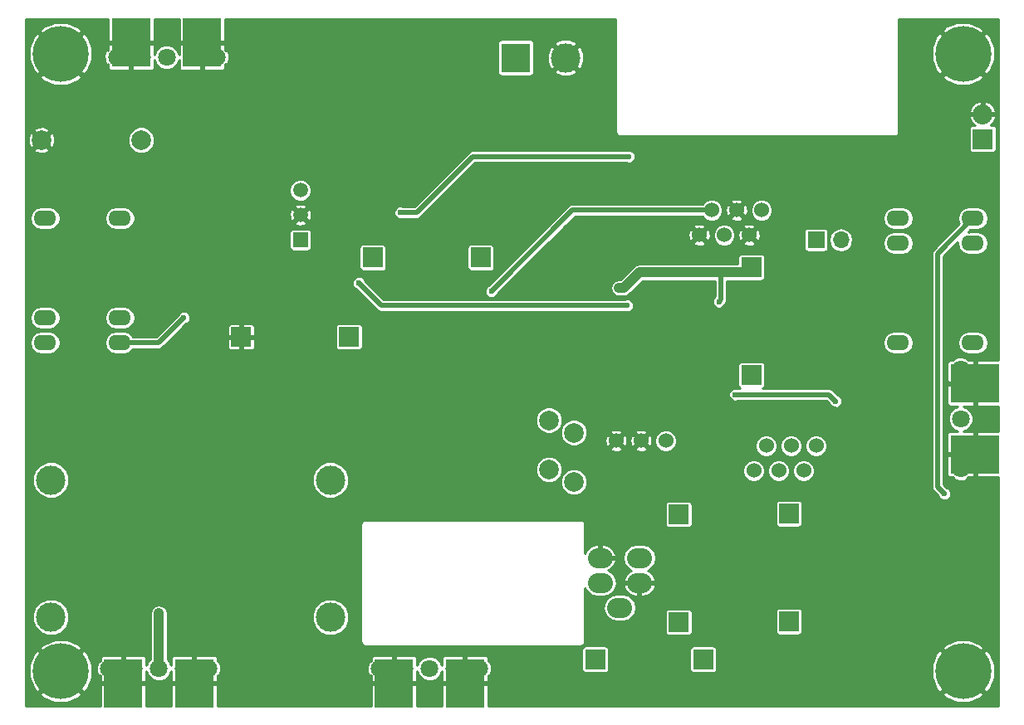
<source format=gbl>
G04 #@! TF.FileFunction,Copper,L2,Bot,Signal*
%FSLAX46Y46*%
G04 Gerber Fmt 4.6, Leading zero omitted, Abs format (unit mm)*
G04 Created by KiCad (PCBNEW 4.0.7-e2-6376~58~ubuntu14.04.1) date Sat Jan 12 07:03:05 2019*
%MOMM*%
%LPD*%
G01*
G04 APERTURE LIST*
%ADD10C,0.100000*%
%ADD11C,5.700000*%
%ADD12R,2.032000X2.032000*%
%ADD13O,2.032000X2.032000*%
%ADD14C,1.524000*%
%ADD15R,1.998980X1.998980*%
%ADD16O,2.300000X1.600000*%
%ADD17R,1.700000X1.700000*%
%ADD18O,1.700000X1.700000*%
%ADD19C,1.800000*%
%ADD20R,3.960000X5.000000*%
%ADD21R,5.000000X3.960000*%
%ADD22C,2.000000*%
%ADD23O,2.540000X2.032000*%
%ADD24C,1.520000*%
%ADD25R,1.520000X1.520000*%
%ADD26C,2.999740*%
%ADD27R,3.000000X3.000000*%
%ADD28C,3.000000*%
%ADD29C,1.998980*%
%ADD30C,0.600000*%
%ADD31C,0.400000*%
%ADD32C,0.500000*%
%ADD33C,1.000000*%
%ADD34C,0.254000*%
G04 APERTURE END LIST*
D10*
D11*
X59000000Y-83000000D03*
X151000000Y-146000000D03*
X151000000Y-83000000D03*
D12*
X153000000Y-91700000D03*
D13*
X153000000Y-89160000D03*
D14*
X136000000Y-123000000D03*
X134730000Y-125540000D03*
X133460000Y-123000000D03*
X132190000Y-125540000D03*
X130920000Y-123000000D03*
X129650000Y-125540000D03*
X118160000Y-122500000D03*
X115620000Y-122500000D03*
X120700000Y-122500000D03*
D15*
X101801640Y-103800000D03*
X90798360Y-103800000D03*
D11*
X59000000Y-146000000D03*
D15*
X129400000Y-115801640D03*
X129400000Y-104798360D03*
D16*
X65020000Y-99800000D03*
X65020000Y-109960000D03*
X57400000Y-99800000D03*
X57400000Y-109960000D03*
X65020000Y-112500000D03*
X57400000Y-112500000D03*
X144380000Y-112500000D03*
X144380000Y-102340000D03*
X152000000Y-112500000D03*
X152000000Y-102340000D03*
X144380000Y-99800000D03*
X152000000Y-99800000D03*
D17*
X136000000Y-102000000D03*
D18*
X138540000Y-102000000D03*
D14*
X124100000Y-101500000D03*
X125370000Y-98960000D03*
X126640000Y-101500000D03*
X127910000Y-98960000D03*
X129180000Y-101500000D03*
X130450000Y-98960000D03*
D19*
X101680000Y-145743000D03*
X91520000Y-145743000D03*
D20*
X92980000Y-147250000D03*
X100220000Y-147250000D03*
D19*
X99140000Y-145743000D03*
X94060000Y-145743000D03*
X96600000Y-145743000D03*
X74080000Y-145743000D03*
X63920000Y-145743000D03*
D20*
X65380000Y-147250000D03*
X72620000Y-147250000D03*
D19*
X71540000Y-145743000D03*
X66460000Y-145743000D03*
X69000000Y-145743000D03*
X64720000Y-83357000D03*
X74880000Y-83357000D03*
D20*
X73420000Y-81850000D03*
X66180000Y-81850000D03*
D19*
X67260000Y-83357000D03*
X72340000Y-83357000D03*
X69800000Y-83357000D03*
X150743000Y-115170000D03*
X150743000Y-125330000D03*
D21*
X152250000Y-123870000D03*
X152250000Y-116630000D03*
D19*
X150743000Y-117710000D03*
X150743000Y-122790000D03*
X150743000Y-120250000D03*
D22*
X111300000Y-126700000D03*
X108760000Y-125430000D03*
X111300000Y-121680000D03*
X108760000Y-120410000D03*
D23*
X114000000Y-137000000D03*
X114000000Y-134460000D03*
X116000000Y-139540000D03*
X118000000Y-137000000D03*
X118000000Y-134460000D03*
D24*
X83450000Y-99460000D03*
X83450000Y-96920000D03*
D25*
X83450000Y-102000000D03*
D26*
X86500000Y-140500000D03*
X86500000Y-126500000D03*
X58000000Y-126500000D03*
X58000000Y-140500000D03*
D27*
X105400000Y-83400000D03*
D28*
X110480000Y-83400000D03*
D29*
X67200000Y-91800000D03*
X57040000Y-91800000D03*
D15*
X133250000Y-140951640D03*
X133250000Y-129948360D03*
X124501640Y-144800000D03*
X113498360Y-144800000D03*
X122000000Y-129998360D03*
X122000000Y-141001640D03*
X88401640Y-111900000D03*
X77398360Y-111900000D03*
D30*
X65700000Y-88150000D03*
X71550000Y-88150000D03*
X56850000Y-96750000D03*
X67650000Y-101750000D03*
X60000000Y-88150000D03*
X60050000Y-91950000D03*
X60100000Y-96750000D03*
X64300000Y-93750000D03*
X67650000Y-95700000D03*
X66650000Y-137950000D03*
X69100000Y-131300000D03*
X56750000Y-137950000D03*
X61750000Y-137950000D03*
X61750000Y-133750000D03*
X66650000Y-133750000D03*
X56750000Y-133750000D03*
X66850000Y-127350000D03*
X71400000Y-123000000D03*
X71400000Y-127350000D03*
X61950000Y-129450000D03*
X72250000Y-135450000D03*
X70450000Y-137850000D03*
X80750000Y-137350000D03*
X76850000Y-133450000D03*
X75050000Y-137350000D03*
X87000000Y-147300000D03*
X84500000Y-143700000D03*
X76850000Y-126150000D03*
X76850000Y-130000000D03*
X80950000Y-126150000D03*
X73650000Y-130400000D03*
X76850000Y-140500000D03*
X82050000Y-147250000D03*
X104900000Y-110700000D03*
X104900000Y-115500000D03*
X101400000Y-110700000D03*
X71300000Y-94200000D03*
X74900000Y-90600000D03*
X80500000Y-85000000D03*
X79650000Y-89450000D03*
X87500000Y-82300000D03*
X83200000Y-82300000D03*
X79650000Y-94000000D03*
X81450000Y-97100000D03*
X80350000Y-100300000D03*
X77600000Y-96950000D03*
X77600000Y-100050000D03*
X72700000Y-100050000D03*
X72700000Y-96950000D03*
X83450000Y-90500000D03*
X88250000Y-101050000D03*
X94400000Y-101050000D03*
X85650000Y-101900000D03*
X85650000Y-97100000D03*
X86100000Y-137350000D03*
X83450000Y-134650000D03*
X97900000Y-110450000D03*
X94600000Y-110450000D03*
X146400000Y-89400000D03*
X149950000Y-98150000D03*
X152400000Y-95200000D03*
X145750000Y-106200000D03*
X148250000Y-101200000D03*
X146400000Y-94250000D03*
X149250000Y-89400000D03*
X80950000Y-130000000D03*
X91500000Y-130000000D03*
X86500000Y-130000000D03*
X105250000Y-144650000D03*
X105250000Y-148400000D03*
X109600000Y-148400000D03*
X114050000Y-148400000D03*
X119000000Y-148400000D03*
X123200000Y-148400000D03*
X127450000Y-148400000D03*
X127450000Y-146150000D03*
X109600000Y-144600000D03*
X113750000Y-141850000D03*
X112700000Y-129400000D03*
X113150000Y-131800000D03*
X120300000Y-135550000D03*
X126500000Y-132850000D03*
X130400000Y-131500000D03*
X129400000Y-129500000D03*
X130950000Y-134300000D03*
X127550000Y-129500000D03*
X124250000Y-135550000D03*
X116700000Y-131350000D03*
X119300000Y-131950000D03*
X118500000Y-140200000D03*
X119000000Y-143250000D03*
X124200000Y-142550000D03*
X124200000Y-140700000D03*
X128100000Y-140900000D03*
X131050000Y-146150000D03*
X131050000Y-148400000D03*
X134550000Y-146150000D03*
X134550000Y-148400000D03*
X138100000Y-146150000D03*
X138100000Y-143850000D03*
X138100000Y-148400000D03*
X99450000Y-85400000D03*
X100000000Y-88500000D03*
X93550000Y-81700000D03*
X99450000Y-81700000D03*
X87500000Y-89450000D03*
X90450000Y-89450000D03*
X93550000Y-89450000D03*
X87500000Y-85400000D03*
X87500000Y-93700000D03*
X93550000Y-97350000D03*
X93550000Y-93650000D03*
X95700000Y-96750000D03*
X98150000Y-99200000D03*
X90450000Y-96750000D03*
X93550000Y-85400000D03*
X96600000Y-89450000D03*
X110050000Y-86150000D03*
X107150000Y-86150000D03*
X153700000Y-134300000D03*
X100000000Y-91250000D03*
X103250000Y-91250000D03*
X110050000Y-91250000D03*
X107300000Y-91250000D03*
X103250000Y-88500000D03*
X86100000Y-109150000D03*
X79450000Y-109150000D03*
X81900000Y-118500000D03*
X82900000Y-114800000D03*
X87700000Y-114800000D03*
X79450000Y-115050000D03*
X92250000Y-122950000D03*
X105650000Y-122950000D03*
X100600000Y-122950000D03*
X95400000Y-122950000D03*
X87000000Y-121500000D03*
X92250000Y-119850000D03*
X95400000Y-119850000D03*
X87000000Y-118500000D03*
X89350000Y-126150000D03*
X91450000Y-111200000D03*
X94600000Y-113200000D03*
X107400000Y-130000000D03*
X101800000Y-130000000D03*
X96550000Y-130000000D03*
X116900000Y-127450000D03*
X123450000Y-127450000D03*
X123450000Y-124200000D03*
X119850000Y-127450000D03*
X100600000Y-115500000D03*
X96400000Y-115500000D03*
X100600000Y-126150000D03*
X105650000Y-126150000D03*
X95400000Y-126150000D03*
X114350000Y-124200000D03*
X116900000Y-124200000D03*
X119850000Y-124200000D03*
X108750000Y-122950000D03*
X131050000Y-141350000D03*
X131050000Y-143850000D03*
X134550000Y-143850000D03*
X151150000Y-137800000D03*
X151150000Y-141650000D03*
X153700000Y-137800000D03*
X153700000Y-141650000D03*
X141700000Y-146150000D03*
X145250000Y-143850000D03*
X141700000Y-143850000D03*
X141700000Y-148400000D03*
X145250000Y-148400000D03*
X145250000Y-146150000D03*
X102000000Y-94850000D03*
X101700000Y-105800000D03*
X96250000Y-105800000D03*
X100850000Y-97750000D03*
X103750000Y-101500000D03*
X137350000Y-99750000D03*
X134300000Y-98000000D03*
X140350000Y-99750000D03*
X125400000Y-97300000D03*
X129200000Y-97350000D03*
X142300000Y-94900000D03*
X134500000Y-94900000D03*
X138800000Y-94900000D03*
X121750000Y-94900000D03*
X126350000Y-94900000D03*
X121750000Y-97550000D03*
X130450000Y-94900000D03*
X143800000Y-97700000D03*
X143200000Y-104400000D03*
X140350000Y-103350000D03*
X114850000Y-88900000D03*
X112450000Y-88900000D03*
X114850000Y-85700000D03*
X106900000Y-97550000D03*
X107550000Y-105050000D03*
X120600000Y-103650000D03*
X111550000Y-105050000D03*
X115100000Y-105050000D03*
X117300000Y-104150000D03*
X107550000Y-100250000D03*
X107300000Y-94900000D03*
X100600000Y-119850000D03*
X105650000Y-119850000D03*
X111600000Y-118450000D03*
X113750000Y-116450000D03*
X111550000Y-97550000D03*
X111550000Y-100250000D03*
X115100000Y-100250000D03*
X111550000Y-94900000D03*
X115100000Y-97550000D03*
X121750000Y-100500000D03*
X118400000Y-100250000D03*
X126600000Y-103550000D03*
X117650000Y-109850000D03*
X115350000Y-111300000D03*
X113100000Y-109850000D03*
X117850000Y-107350000D03*
X108800000Y-113500000D03*
X113100000Y-113300000D03*
X114350000Y-121250000D03*
X130950000Y-137300000D03*
X126950000Y-137300000D03*
X127450000Y-110450000D03*
X126150000Y-114700000D03*
X123250000Y-111800000D03*
X121400000Y-114150000D03*
X120150000Y-111800000D03*
X115300000Y-114900000D03*
X118400000Y-114900000D03*
X116850000Y-116450000D03*
X119900000Y-116450000D03*
X123450000Y-116450000D03*
X123450000Y-118750000D03*
X135550000Y-134300000D03*
X132200000Y-122000000D03*
X129400000Y-127450000D03*
X133250000Y-127450000D03*
X127550000Y-121400000D03*
X127550000Y-124200000D03*
X131450000Y-110450000D03*
X131550000Y-115900000D03*
X132350000Y-113250000D03*
X136450000Y-113700000D03*
X136450000Y-116750000D03*
X132200000Y-101350000D03*
X132200000Y-107550000D03*
X132200000Y-104700000D03*
X136450000Y-110450000D03*
X141850000Y-116750000D03*
X138750000Y-116750000D03*
X144700000Y-116750000D03*
X138750000Y-113750000D03*
X136450000Y-107550000D03*
X134300000Y-107550000D03*
X149950000Y-105200000D03*
X149600000Y-107750000D03*
X149600000Y-110500000D03*
X152100000Y-110500000D03*
X152100000Y-107750000D03*
X152100000Y-104250000D03*
X144700000Y-110350000D03*
X147300000Y-107750000D03*
X143150000Y-108800000D03*
X146700000Y-111500000D03*
X144700000Y-114850000D03*
X135600000Y-119750000D03*
X138750000Y-120550000D03*
X141850000Y-120550000D03*
X144700000Y-120550000D03*
X144700000Y-124100000D03*
X151150000Y-127300000D03*
X151150000Y-130700000D03*
X151150000Y-134300000D03*
X148050000Y-134300000D03*
X141700000Y-125850000D03*
X139400000Y-128300000D03*
X144100000Y-128300000D03*
X146550000Y-130450000D03*
X148450000Y-142950000D03*
X138100000Y-141350000D03*
X145250000Y-141350000D03*
X64700000Y-101750000D03*
X60800000Y-101750000D03*
X63500000Y-114200000D03*
X62350000Y-112050000D03*
X64700000Y-107750000D03*
X59300000Y-107900000D03*
X56900000Y-104500000D03*
X60800000Y-104500000D03*
X64700000Y-104500000D03*
X59200000Y-114200000D03*
X63500000Y-117650000D03*
X59200000Y-117650000D03*
X74400000Y-120250000D03*
X69450000Y-121000000D03*
X63500000Y-120250000D03*
X65900000Y-123000000D03*
X76850000Y-123000000D03*
X76350000Y-118300000D03*
X75900000Y-115050000D03*
X70850000Y-108150000D03*
X72950000Y-105100000D03*
X75650000Y-106750000D03*
X75650000Y-109150000D03*
X67700000Y-116000000D03*
X67150000Y-113850000D03*
X70250000Y-113850000D03*
X73600000Y-112000000D03*
X138250000Y-135500000D03*
X145250000Y-135500000D03*
X127775000Y-117775000D03*
X138000000Y-118450000D03*
X93650000Y-99200000D03*
X116900000Y-93500000D03*
X89400000Y-106400000D03*
X116750000Y-108700000D03*
X102900000Y-107250000D03*
X149100000Y-127900000D03*
X71550000Y-109950000D03*
X69000000Y-140100000D03*
X126100000Y-108300000D03*
X115900000Y-106900000D03*
D31*
X65700000Y-88150000D02*
X71550000Y-88150000D01*
X60000000Y-88150000D02*
X65700000Y-88150000D01*
X67650000Y-101750000D02*
X67650000Y-95700000D01*
X60000000Y-91900000D02*
X60000000Y-88150000D01*
X60050000Y-91950000D02*
X60000000Y-91900000D01*
X61300000Y-96750000D02*
X60100000Y-96750000D01*
X64300000Y-93750000D02*
X61300000Y-96750000D01*
X66650000Y-137950000D02*
X61750000Y-137950000D01*
X70900000Y-132200000D02*
X66650000Y-137950000D01*
X69100000Y-131300000D02*
X70900000Y-132200000D01*
X66650000Y-133750000D02*
X69100000Y-131300000D01*
X66850000Y-127350000D02*
X64050000Y-127350000D01*
X64050000Y-127350000D02*
X61950000Y-129450000D01*
X80750000Y-137350000D02*
X76850000Y-133450000D01*
X69100000Y-131300000D02*
X76850000Y-133450000D01*
X87000000Y-147300000D02*
X87000000Y-146200000D01*
X87000000Y-147250000D02*
X87000000Y-147300000D01*
X87000000Y-146200000D02*
X84500000Y-143700000D01*
X80950000Y-126150000D02*
X76850000Y-126150000D01*
X86800000Y-147250000D02*
X87000000Y-147250000D01*
X87000000Y-147250000D02*
X82050000Y-147250000D01*
X92980000Y-147250000D02*
X86800000Y-147250000D01*
X101400000Y-110700000D02*
X104900000Y-110700000D01*
X105650000Y-116250000D02*
X105650000Y-119850000D01*
X105650000Y-116250000D02*
X104900000Y-115500000D01*
X104900000Y-110700000D02*
X104900000Y-115500000D01*
X79650000Y-89450000D02*
X76050000Y-89450000D01*
X76050000Y-89450000D02*
X74900000Y-90600000D01*
X80500000Y-85000000D02*
X83200000Y-82300000D01*
X80350000Y-89450000D02*
X79650000Y-89450000D01*
X81400000Y-90500000D02*
X80350000Y-89450000D01*
X87200000Y-82600000D02*
X86900000Y-82600000D01*
X87500000Y-82300000D02*
X87200000Y-82600000D01*
X81400000Y-90500000D02*
X81400000Y-92250000D01*
X81400000Y-92250000D02*
X79650000Y-94000000D01*
X81450000Y-97100000D02*
X80350000Y-98200000D01*
X80350000Y-98200000D02*
X80350000Y-100300000D01*
X77600000Y-96950000D02*
X77600000Y-100050000D01*
X72700000Y-100050000D02*
X72700000Y-96950000D01*
X83450000Y-90500000D02*
X81400000Y-90500000D01*
X88250000Y-101050000D02*
X94400000Y-101050000D01*
X86150000Y-101400000D02*
X85650000Y-101900000D01*
X86150000Y-97600000D02*
X86150000Y-101400000D01*
X85650000Y-97100000D02*
X86150000Y-97600000D01*
X86100000Y-137300000D02*
X86100000Y-137350000D01*
X83450000Y-134650000D02*
X86100000Y-137300000D01*
X94600000Y-110450000D02*
X97900000Y-110450000D01*
X152400000Y-95200000D02*
X147350000Y-95200000D01*
X148250000Y-99850000D02*
X149950000Y-98150000D01*
X148250000Y-101200000D02*
X148250000Y-99850000D01*
X147350000Y-95200000D02*
X146400000Y-94250000D01*
X146400000Y-89400000D02*
X146400000Y-94250000D01*
X91500000Y-130000000D02*
X86500000Y-130000000D01*
X86500000Y-130000000D02*
X80950000Y-130000000D01*
X105250000Y-144650000D02*
X105250000Y-148400000D01*
X109600000Y-144600000D02*
X109600000Y-148400000D01*
X127450000Y-146150000D02*
X131050000Y-146150000D01*
X119000000Y-148400000D02*
X114050000Y-148400000D01*
X127450000Y-148400000D02*
X123200000Y-148400000D01*
X118500000Y-141850000D02*
X113750000Y-141850000D01*
X126500000Y-132850000D02*
X126500000Y-133300000D01*
X127550000Y-129500000D02*
X129400000Y-129500000D01*
D32*
X130400000Y-131500000D02*
X129400000Y-130500000D01*
X129400000Y-130500000D02*
X129400000Y-129500000D01*
D31*
X126500000Y-133300000D02*
X124250000Y-135550000D01*
X120300000Y-135550000D02*
X124250000Y-135550000D01*
X118700000Y-131350000D02*
X116700000Y-131350000D01*
X119300000Y-131950000D02*
X118700000Y-131350000D01*
X118500000Y-140200000D02*
X118500000Y-141850000D01*
X118500000Y-141850000D02*
X118500000Y-142750000D01*
X124200000Y-142550000D02*
X123700000Y-142550000D01*
X123000000Y-143250000D02*
X119000000Y-143250000D01*
X123700000Y-142550000D02*
X123000000Y-143250000D01*
X118500000Y-142750000D02*
X119000000Y-143250000D01*
X124200000Y-142550000D02*
X128100000Y-142550000D01*
X128100000Y-142550000D02*
X128100000Y-140900000D01*
X131050000Y-143850000D02*
X130550000Y-143850000D01*
X129250000Y-142550000D02*
X128100000Y-142550000D01*
X130550000Y-143850000D02*
X129250000Y-142550000D01*
X131050000Y-146150000D02*
X131050000Y-143850000D01*
X138100000Y-148400000D02*
X138100000Y-146150000D01*
X138100000Y-146150000D02*
X138100000Y-143850000D01*
X99450000Y-85400000D02*
X99450000Y-81700000D01*
X99700000Y-88200000D02*
X99700000Y-85650000D01*
X99700000Y-85650000D02*
X99450000Y-85400000D01*
X100000000Y-88500000D02*
X99700000Y-88200000D01*
X87500000Y-89450000D02*
X90450000Y-89450000D01*
X93550000Y-89450000D02*
X93550000Y-85400000D01*
X96600000Y-89450000D02*
X93550000Y-89450000D01*
X151150000Y-134300000D02*
X153700000Y-134300000D01*
X103250000Y-91250000D02*
X100000000Y-91250000D01*
X107300000Y-91250000D02*
X110050000Y-91250000D01*
X103250000Y-91250000D02*
X107300000Y-91250000D01*
X79450000Y-109150000D02*
X86100000Y-109150000D01*
X81900000Y-118500000D02*
X81900000Y-117500000D01*
X87700000Y-114800000D02*
X82900000Y-114800000D01*
X81900000Y-117500000D02*
X79450000Y-115050000D01*
X92250000Y-122950000D02*
X88450000Y-122950000D01*
X95400000Y-122950000D02*
X100600000Y-122950000D01*
X88450000Y-122950000D02*
X87000000Y-121500000D01*
X92250000Y-119850000D02*
X88350000Y-119850000D01*
X100600000Y-119850000D02*
X95400000Y-119850000D01*
X92250000Y-119850000D02*
X95400000Y-119850000D01*
X88350000Y-119850000D02*
X87000000Y-118500000D01*
X111050000Y-129400000D02*
X110450000Y-130000000D01*
X110450000Y-130000000D02*
X107400000Y-130000000D01*
X101800000Y-130000000D02*
X96550000Y-130000000D01*
X116900000Y-127450000D02*
X114650000Y-127450000D01*
X119850000Y-127450000D02*
X123450000Y-127450000D01*
X116900000Y-127450000D02*
X119850000Y-127450000D01*
X114650000Y-127450000D02*
X112700000Y-129400000D01*
X112700000Y-129400000D02*
X111050000Y-129400000D01*
X100600000Y-115500000D02*
X100600000Y-119850000D01*
X100600000Y-126150000D02*
X105650000Y-126150000D01*
X116900000Y-124200000D02*
X114350000Y-124200000D01*
X114350000Y-124200000D02*
X111150000Y-124200000D01*
X116900000Y-124200000D02*
X119850000Y-124200000D01*
X109900000Y-122950000D02*
X108750000Y-122950000D01*
X111150000Y-124200000D02*
X109900000Y-122950000D01*
X134550000Y-143850000D02*
X131050000Y-143850000D01*
X151150000Y-141650000D02*
X153700000Y-141650000D01*
D32*
X151150000Y-137800000D02*
X151150000Y-141650000D01*
D31*
X145250000Y-143850000D02*
X145250000Y-146150000D01*
D32*
X141700000Y-143850000D02*
X145250000Y-143850000D01*
D31*
X145250000Y-148400000D02*
X141700000Y-148400000D01*
X103750000Y-101500000D02*
X103750000Y-104950000D01*
X102900000Y-105800000D02*
X101700000Y-105800000D01*
X103750000Y-104950000D02*
X102900000Y-105800000D01*
X107250000Y-99150000D02*
X106250000Y-100150000D01*
X106250000Y-100150000D02*
X105100000Y-100150000D01*
X105100000Y-100150000D02*
X103750000Y-101500000D01*
X107250000Y-99150000D02*
X107550000Y-99150000D01*
X140350000Y-99750000D02*
X137350000Y-99750000D01*
X129150000Y-97300000D02*
X125400000Y-97300000D01*
X129200000Y-97350000D02*
X129150000Y-97300000D01*
X142300000Y-97700000D02*
X142300000Y-94900000D01*
X134500000Y-94900000D02*
X138800000Y-94900000D01*
X121750000Y-97550000D02*
X121750000Y-94900000D01*
X140350000Y-99750000D02*
X140350000Y-99650000D01*
X142300000Y-97700000D02*
X143800000Y-97700000D01*
X140350000Y-99650000D02*
X142300000Y-97700000D01*
D32*
X143200000Y-104400000D02*
X141400000Y-104400000D01*
X143950000Y-104400000D02*
X143200000Y-104400000D01*
X145750000Y-106200000D02*
X143950000Y-104400000D01*
X141400000Y-104400000D02*
X140350000Y-103350000D01*
D31*
X140350000Y-99750000D02*
X140350000Y-103350000D01*
X114850000Y-88900000D02*
X112450000Y-88900000D01*
X107550000Y-98200000D02*
X106900000Y-97550000D01*
X120600000Y-100500000D02*
X120600000Y-103650000D01*
X116400000Y-105050000D02*
X115100000Y-105050000D01*
X117300000Y-104150000D02*
X116400000Y-105050000D01*
X107550000Y-105050000D02*
X111550000Y-105050000D01*
X107550000Y-100250000D02*
X107550000Y-99150000D01*
X107550000Y-99150000D02*
X107550000Y-98200000D01*
X111600000Y-118450000D02*
X107050000Y-118450000D01*
X113600000Y-116450000D02*
X111600000Y-118450000D01*
X113750000Y-116450000D02*
X113600000Y-116450000D01*
X107050000Y-118450000D02*
X105650000Y-119850000D01*
X111550000Y-94900000D02*
X111550000Y-97550000D01*
X111550000Y-100250000D02*
X115100000Y-100250000D01*
X121750000Y-100500000D02*
X120600000Y-100500000D01*
X120600000Y-100500000D02*
X118650000Y-100500000D01*
X118650000Y-100500000D02*
X118400000Y-100250000D01*
X129180000Y-101500000D02*
X129180000Y-101520000D01*
X129180000Y-101520000D02*
X127150000Y-103550000D01*
X127150000Y-103550000D02*
X126600000Y-103550000D01*
X117650000Y-109850000D02*
X117650000Y-107550000D01*
X115350000Y-111300000D02*
X114100000Y-110850000D01*
X114100000Y-110850000D02*
X113100000Y-109850000D01*
X117650000Y-107550000D02*
X117850000Y-107350000D01*
X112900000Y-113500000D02*
X108800000Y-113500000D01*
X113100000Y-113300000D02*
X112900000Y-113500000D01*
X130950000Y-137300000D02*
X130950000Y-134300000D01*
X121400000Y-114150000D02*
X120850000Y-114150000D01*
X120150000Y-113450000D02*
X120150000Y-111800000D01*
X120850000Y-114150000D02*
X120150000Y-113450000D01*
X123450000Y-124200000D02*
X123450000Y-118750000D01*
X123450000Y-124200000D02*
X127550000Y-124200000D01*
D32*
X130950000Y-134300000D02*
X135550000Y-134300000D01*
X139400000Y-128300000D02*
X135650000Y-128300000D01*
X134800000Y-127450000D02*
X133250000Y-127450000D01*
X135650000Y-128300000D02*
X134800000Y-127450000D01*
X129400000Y-127450000D02*
X133250000Y-127450000D01*
D31*
X127550000Y-124200000D02*
X127550000Y-121400000D01*
X131550000Y-115500000D02*
X131550000Y-115900000D01*
X132350000Y-114700000D02*
X131550000Y-115500000D01*
X132350000Y-113250000D02*
X132350000Y-114700000D01*
X136450000Y-113500000D02*
X136450000Y-113700000D01*
X136450000Y-113700000D02*
X136450000Y-116750000D01*
D32*
X132200000Y-104700000D02*
X132200000Y-107550000D01*
X136700000Y-113750000D02*
X136450000Y-113500000D01*
X136450000Y-113500000D02*
X136450000Y-110450000D01*
X144700000Y-116750000D02*
X144700000Y-114850000D01*
X144700000Y-116750000D02*
X141850000Y-116750000D01*
X138750000Y-113750000D02*
X136700000Y-113750000D01*
X149600000Y-107750000D02*
X149600000Y-110500000D01*
X152100000Y-104250000D02*
X152100000Y-107750000D01*
X143150000Y-108800000D02*
X144700000Y-110350000D01*
X145750000Y-106200000D02*
X143150000Y-108800000D01*
X147300000Y-107750000D02*
X145750000Y-106200000D01*
X144700000Y-114850000D02*
X145850000Y-114850000D01*
X146700000Y-114000000D02*
X146700000Y-111500000D01*
X145850000Y-114850000D02*
X146700000Y-114000000D01*
X144100000Y-128300000D02*
X144100000Y-126200000D01*
X137250000Y-119750000D02*
X135600000Y-119750000D01*
X138750000Y-120550000D02*
X137250000Y-119750000D01*
X144700000Y-120550000D02*
X141850000Y-120550000D01*
X144700000Y-125600000D02*
X144700000Y-124100000D01*
X144100000Y-126200000D02*
X144700000Y-125600000D01*
X148050000Y-134300000D02*
X151150000Y-134300000D01*
X151150000Y-130700000D02*
X151150000Y-127300000D01*
X148050000Y-134300000D02*
X148050000Y-131950000D01*
X144100000Y-128300000D02*
X139400000Y-128300000D01*
X148050000Y-131950000D02*
X146550000Y-130450000D01*
X145250000Y-141350000D02*
X138100000Y-141350000D01*
X60800000Y-104500000D02*
X60800000Y-101750000D01*
X64700000Y-107750000D02*
X64700000Y-104500000D01*
X62350000Y-112050000D02*
X62350000Y-109700000D01*
X62350000Y-109700000D02*
X64300000Y-107750000D01*
X64300000Y-107750000D02*
X64700000Y-107750000D01*
X60800000Y-104500000D02*
X56900000Y-104500000D01*
X63500000Y-114200000D02*
X59200000Y-114200000D01*
X63500000Y-117650000D02*
X59200000Y-117650000D01*
X76350000Y-118300000D02*
X74400000Y-120250000D01*
X63500000Y-120250000D02*
X63500000Y-117650000D01*
X63500000Y-117650000D02*
X63500000Y-114200000D01*
X76850000Y-123000000D02*
X71400000Y-123000000D01*
X71400000Y-123000000D02*
X65900000Y-123000000D01*
X76350000Y-115500000D02*
X76350000Y-118300000D01*
X75900000Y-115050000D02*
X76350000Y-115500000D01*
X75650000Y-106750000D02*
X72250000Y-106750000D01*
X72250000Y-106750000D02*
X70850000Y-108150000D01*
X75650000Y-109150000D02*
X75650000Y-106750000D01*
X66800000Y-114200000D02*
X63500000Y-114200000D01*
X67150000Y-113850000D02*
X66800000Y-114200000D01*
X71750000Y-113850000D02*
X70250000Y-113850000D01*
X73600000Y-112000000D02*
X71750000Y-113850000D01*
X137325000Y-117775000D02*
X127775000Y-117775000D01*
X138000000Y-118450000D02*
X137325000Y-117775000D01*
X95300000Y-99200000D02*
X93650000Y-99200000D01*
X101000000Y-93500000D02*
X95300000Y-99200000D01*
X116900000Y-93500000D02*
X101000000Y-93500000D01*
X91700000Y-108700000D02*
X116750000Y-108700000D01*
X89400000Y-106400000D02*
X91700000Y-108700000D01*
X111190000Y-98960000D02*
X125370000Y-98960000D01*
X102900000Y-107250000D02*
X111190000Y-98960000D01*
X148400000Y-103400000D02*
X152000000Y-99800000D01*
X148400000Y-127200000D02*
X148400000Y-103400000D01*
X149100000Y-127900000D02*
X148400000Y-127200000D01*
X71550000Y-109950000D02*
X69000000Y-112500000D01*
X69000000Y-112500000D02*
X65020000Y-112500000D01*
D33*
X69000000Y-140100000D02*
X69000000Y-145743000D01*
X115900000Y-106900000D02*
X116400000Y-106900000D01*
X116400000Y-106900000D02*
X118001260Y-105298740D01*
D32*
X126300000Y-108100000D02*
X126300000Y-105298740D01*
X126100000Y-108300000D02*
X126300000Y-108100000D01*
D33*
X129400000Y-105298740D02*
X126300000Y-105298740D01*
X126300000Y-105298740D02*
X118001260Y-105298740D01*
D34*
G36*
X63823000Y-81628750D02*
X63917250Y-81723000D01*
X66053000Y-81723000D01*
X66053000Y-81703000D01*
X66307000Y-81703000D01*
X66307000Y-81723000D01*
X68442750Y-81723000D01*
X68537000Y-81628750D01*
X68537000Y-79427000D01*
X71063000Y-79427000D01*
X71063000Y-81628750D01*
X71157250Y-81723000D01*
X73293000Y-81723000D01*
X73293000Y-81703000D01*
X73547000Y-81703000D01*
X73547000Y-81723000D01*
X75682750Y-81723000D01*
X75777000Y-81628750D01*
X75777000Y-79427000D01*
X115573000Y-79427000D01*
X115573000Y-91000000D01*
X115605503Y-91163406D01*
X115698065Y-91301935D01*
X115836594Y-91394497D01*
X116000000Y-91427000D01*
X144000000Y-91427000D01*
X144163406Y-91394497D01*
X144301935Y-91301935D01*
X144394497Y-91163406D01*
X144427000Y-91000000D01*
X144427000Y-90684000D01*
X151599615Y-90684000D01*
X151599615Y-92716000D01*
X151625903Y-92855708D01*
X151708470Y-92984020D01*
X151834453Y-93070101D01*
X151984000Y-93100385D01*
X154016000Y-93100385D01*
X154155708Y-93074097D01*
X154284020Y-92991530D01*
X154370101Y-92865547D01*
X154400385Y-92716000D01*
X154400385Y-90684000D01*
X154374097Y-90544292D01*
X154291530Y-90415980D01*
X154165547Y-90329899D01*
X154016000Y-90299615D01*
X153784456Y-90299615D01*
X153833100Y-90276433D01*
X154196924Y-89872636D01*
X154350253Y-89502442D01*
X154292526Y-89287000D01*
X153127000Y-89287000D01*
X153127000Y-89307000D01*
X152873000Y-89307000D01*
X152873000Y-89287000D01*
X151707474Y-89287000D01*
X151649747Y-89502442D01*
X151803076Y-89872636D01*
X152166900Y-90276433D01*
X152215544Y-90299615D01*
X151984000Y-90299615D01*
X151844292Y-90325903D01*
X151715980Y-90408470D01*
X151629899Y-90534453D01*
X151599615Y-90684000D01*
X144427000Y-90684000D01*
X144427000Y-88817558D01*
X151649747Y-88817558D01*
X151707474Y-89033000D01*
X152873000Y-89033000D01*
X152873000Y-87867041D01*
X153127000Y-87867041D01*
X153127000Y-89033000D01*
X154292526Y-89033000D01*
X154350253Y-88817558D01*
X154196924Y-88447364D01*
X153833100Y-88043567D01*
X153342444Y-87809737D01*
X153127000Y-87867041D01*
X152873000Y-87867041D01*
X152657556Y-87809737D01*
X152166900Y-88043567D01*
X151803076Y-88447364D01*
X151649747Y-88817558D01*
X144427000Y-88817558D01*
X144427000Y-85347911D01*
X148831695Y-85347911D01*
X149170243Y-85734510D01*
X150355976Y-86226576D01*
X151639757Y-86227424D01*
X152826141Y-85736927D01*
X152829757Y-85734510D01*
X153168305Y-85347911D01*
X151000000Y-83179605D01*
X148831695Y-85347911D01*
X144427000Y-85347911D01*
X144427000Y-83639757D01*
X147772576Y-83639757D01*
X148263073Y-84826141D01*
X148265490Y-84829757D01*
X148652089Y-85168305D01*
X150820395Y-83000000D01*
X151179605Y-83000000D01*
X153347911Y-85168305D01*
X153734510Y-84829757D01*
X154226576Y-83644024D01*
X154227424Y-82360243D01*
X153736927Y-81173859D01*
X153734510Y-81170243D01*
X153347911Y-80831695D01*
X151179605Y-83000000D01*
X150820395Y-83000000D01*
X148652089Y-80831695D01*
X148265490Y-81170243D01*
X147773424Y-82355976D01*
X147772576Y-83639757D01*
X144427000Y-83639757D01*
X144427000Y-80652089D01*
X148831695Y-80652089D01*
X151000000Y-82820395D01*
X153168305Y-80652089D01*
X152829757Y-80265490D01*
X151644024Y-79773424D01*
X150360243Y-79772576D01*
X149173859Y-80263073D01*
X149170243Y-80265490D01*
X148831695Y-80652089D01*
X144427000Y-80652089D01*
X144427000Y-79427000D01*
X154573000Y-79427000D01*
X154573000Y-114273000D01*
X152471250Y-114273000D01*
X152377000Y-114367250D01*
X152377000Y-116503000D01*
X152397000Y-116503000D01*
X152397000Y-116757000D01*
X152377000Y-116757000D01*
X152377000Y-118892750D01*
X152471250Y-118987000D01*
X154573000Y-118987000D01*
X154573000Y-121513000D01*
X152471250Y-121513000D01*
X152377000Y-121607250D01*
X152377000Y-123743000D01*
X152397000Y-123743000D01*
X152397000Y-123997000D01*
X152377000Y-123997000D01*
X152377000Y-126132750D01*
X152471250Y-126227000D01*
X154573000Y-126227000D01*
X154573000Y-149573000D01*
X102577000Y-149573000D01*
X102577000Y-148347911D01*
X148831695Y-148347911D01*
X149170243Y-148734510D01*
X150355976Y-149226576D01*
X151639757Y-149227424D01*
X152826141Y-148736927D01*
X152829757Y-148734510D01*
X153168305Y-148347911D01*
X151000000Y-146179605D01*
X148831695Y-148347911D01*
X102577000Y-148347911D01*
X102577000Y-147471250D01*
X102482750Y-147377000D01*
X100347000Y-147377000D01*
X100347000Y-147397000D01*
X100093000Y-147397000D01*
X100093000Y-147377000D01*
X97957250Y-147377000D01*
X97863000Y-147471250D01*
X97863000Y-149573000D01*
X95337000Y-149573000D01*
X95337000Y-147471250D01*
X95242750Y-147377000D01*
X93107000Y-147377000D01*
X93107000Y-147397000D01*
X92853000Y-147397000D01*
X92853000Y-147377000D01*
X90717250Y-147377000D01*
X90623000Y-147471250D01*
X90623000Y-149573000D01*
X74977000Y-149573000D01*
X74977000Y-147471250D01*
X74882750Y-147377000D01*
X72747000Y-147377000D01*
X72747000Y-147397000D01*
X72493000Y-147397000D01*
X72493000Y-147377000D01*
X70357250Y-147377000D01*
X70263000Y-147471250D01*
X70263000Y-149573000D01*
X67737000Y-149573000D01*
X67737000Y-147471250D01*
X67642750Y-147377000D01*
X65507000Y-147377000D01*
X65507000Y-147397000D01*
X65253000Y-147397000D01*
X65253000Y-147377000D01*
X63117250Y-147377000D01*
X63023000Y-147471250D01*
X63023000Y-149573000D01*
X55427000Y-149573000D01*
X55427000Y-148347911D01*
X56831695Y-148347911D01*
X57170243Y-148734510D01*
X58355976Y-149226576D01*
X59639757Y-149227424D01*
X60826141Y-148736927D01*
X60829757Y-148734510D01*
X61168305Y-148347911D01*
X59000000Y-146179605D01*
X56831695Y-148347911D01*
X55427000Y-148347911D01*
X55427000Y-146639757D01*
X55772576Y-146639757D01*
X56263073Y-147826141D01*
X56265490Y-147829757D01*
X56652089Y-148168305D01*
X58820395Y-146000000D01*
X59179605Y-146000000D01*
X61347911Y-148168305D01*
X61734510Y-147829757D01*
X62226576Y-146644024D01*
X62227289Y-145563991D01*
X62630347Y-145563991D01*
X62660012Y-146071146D01*
X62797020Y-146401912D01*
X62980911Y-146502484D01*
X63023000Y-146460395D01*
X63023000Y-147028750D01*
X63117250Y-147123000D01*
X65253000Y-147123000D01*
X65253000Y-146199070D01*
X65337020Y-146401912D01*
X65507000Y-146494876D01*
X65507000Y-146516392D01*
X65451290Y-146572102D01*
X65507000Y-146627812D01*
X65507000Y-147123000D01*
X67642750Y-147123000D01*
X67737000Y-147028750D01*
X67737000Y-146030314D01*
X67916781Y-146465417D01*
X68275693Y-146824957D01*
X68744875Y-147019778D01*
X69252897Y-147020221D01*
X69722417Y-146826219D01*
X70081957Y-146467307D01*
X70263000Y-146031306D01*
X70263000Y-147028750D01*
X70357250Y-147123000D01*
X72493000Y-147123000D01*
X72493000Y-146627812D01*
X72548710Y-146572102D01*
X72493000Y-146516392D01*
X72493000Y-146494876D01*
X72662980Y-146401912D01*
X72747000Y-146159992D01*
X72747000Y-147123000D01*
X74882750Y-147123000D01*
X74977000Y-147028750D01*
X74977000Y-146460395D01*
X75019089Y-146502484D01*
X75202980Y-146401912D01*
X75369653Y-145922009D01*
X75348712Y-145563991D01*
X90230347Y-145563991D01*
X90260012Y-146071146D01*
X90397020Y-146401912D01*
X90580911Y-146502484D01*
X90623000Y-146460395D01*
X90623000Y-147028750D01*
X90717250Y-147123000D01*
X92853000Y-147123000D01*
X92853000Y-146199070D01*
X92937020Y-146401912D01*
X93107000Y-146494876D01*
X93107000Y-146516392D01*
X93051290Y-146572102D01*
X93107000Y-146627812D01*
X93107000Y-147123000D01*
X95242750Y-147123000D01*
X95337000Y-147028750D01*
X95337000Y-146030314D01*
X95516781Y-146465417D01*
X95875693Y-146824957D01*
X96344875Y-147019778D01*
X96852897Y-147020221D01*
X97322417Y-146826219D01*
X97681957Y-146467307D01*
X97863000Y-146031306D01*
X97863000Y-147028750D01*
X97957250Y-147123000D01*
X100093000Y-147123000D01*
X100093000Y-146627812D01*
X100148710Y-146572102D01*
X100093000Y-146516392D01*
X100093000Y-146494876D01*
X100262980Y-146401912D01*
X100347000Y-146159992D01*
X100347000Y-147123000D01*
X102482750Y-147123000D01*
X102577000Y-147028750D01*
X102577000Y-146639757D01*
X147772576Y-146639757D01*
X148263073Y-147826141D01*
X148265490Y-147829757D01*
X148652089Y-148168305D01*
X150820395Y-146000000D01*
X151179605Y-146000000D01*
X153347911Y-148168305D01*
X153734510Y-147829757D01*
X154226576Y-146644024D01*
X154227424Y-145360243D01*
X153736927Y-144173859D01*
X153734510Y-144170243D01*
X153347911Y-143831695D01*
X151179605Y-146000000D01*
X150820395Y-146000000D01*
X148652089Y-143831695D01*
X148265490Y-144170243D01*
X147773424Y-145355976D01*
X147772576Y-146639757D01*
X102577000Y-146639757D01*
X102577000Y-146460395D01*
X102619089Y-146502484D01*
X102802980Y-146401912D01*
X102969653Y-145922009D01*
X102939988Y-145414854D01*
X102802980Y-145084088D01*
X102619089Y-144983516D01*
X102577000Y-145025605D01*
X102577000Y-144675010D01*
X102519605Y-144536447D01*
X102413553Y-144430395D01*
X102274990Y-144373000D01*
X100441250Y-144373000D01*
X100347000Y-144467250D01*
X100347000Y-145286930D01*
X100262980Y-145084088D01*
X100093000Y-144991124D01*
X100093000Y-144969608D01*
X100148710Y-144913898D01*
X100093000Y-144858188D01*
X100093000Y-144467250D01*
X99998750Y-144373000D01*
X98165010Y-144373000D01*
X98026447Y-144430395D01*
X97920395Y-144536447D01*
X97863000Y-144675010D01*
X97863000Y-145455686D01*
X97683219Y-145020583D01*
X97324307Y-144661043D01*
X96855125Y-144466222D01*
X96347103Y-144465779D01*
X95877583Y-144659781D01*
X95518043Y-145018693D01*
X95337000Y-145454694D01*
X95337000Y-144675010D01*
X95279605Y-144536447D01*
X95173553Y-144430395D01*
X95034990Y-144373000D01*
X93201250Y-144373000D01*
X93107000Y-144467250D01*
X93107000Y-144858188D01*
X93051290Y-144913898D01*
X93107000Y-144969608D01*
X93107000Y-144991124D01*
X92937020Y-145084088D01*
X92853000Y-145326008D01*
X92853000Y-144467250D01*
X92758750Y-144373000D01*
X90925010Y-144373000D01*
X90786447Y-144430395D01*
X90680395Y-144536447D01*
X90623000Y-144675010D01*
X90623000Y-145025605D01*
X90580911Y-144983516D01*
X90397020Y-145084088D01*
X90230347Y-145563991D01*
X75348712Y-145563991D01*
X75339988Y-145414854D01*
X75202980Y-145084088D01*
X75019089Y-144983516D01*
X74977000Y-145025605D01*
X74977000Y-144675010D01*
X74919605Y-144536447D01*
X74813553Y-144430395D01*
X74674990Y-144373000D01*
X72841250Y-144373000D01*
X72747000Y-144467250D01*
X72747000Y-145286930D01*
X72662980Y-145084088D01*
X72493000Y-144991124D01*
X72493000Y-144969608D01*
X72548710Y-144913898D01*
X72493000Y-144858188D01*
X72493000Y-144467250D01*
X72398750Y-144373000D01*
X70565010Y-144373000D01*
X70426447Y-144430395D01*
X70320395Y-144536447D01*
X70263000Y-144675010D01*
X70263000Y-145455686D01*
X70083219Y-145020583D01*
X69877000Y-144814003D01*
X69877000Y-143800510D01*
X112114485Y-143800510D01*
X112114485Y-145799490D01*
X112140773Y-145939198D01*
X112223340Y-146067510D01*
X112349323Y-146153591D01*
X112498870Y-146183875D01*
X114497850Y-146183875D01*
X114637558Y-146157587D01*
X114765870Y-146075020D01*
X114851951Y-145949037D01*
X114882235Y-145799490D01*
X114882235Y-143800510D01*
X123117765Y-143800510D01*
X123117765Y-145799490D01*
X123144053Y-145939198D01*
X123226620Y-146067510D01*
X123352603Y-146153591D01*
X123502150Y-146183875D01*
X125501130Y-146183875D01*
X125640838Y-146157587D01*
X125769150Y-146075020D01*
X125855231Y-145949037D01*
X125885515Y-145799490D01*
X125885515Y-143800510D01*
X125859227Y-143660802D01*
X125853621Y-143652089D01*
X148831695Y-143652089D01*
X151000000Y-145820395D01*
X153168305Y-143652089D01*
X152829757Y-143265490D01*
X151644024Y-142773424D01*
X150360243Y-142772576D01*
X149173859Y-143263073D01*
X149170243Y-143265490D01*
X148831695Y-143652089D01*
X125853621Y-143652089D01*
X125776660Y-143532490D01*
X125650677Y-143446409D01*
X125501130Y-143416125D01*
X123502150Y-143416125D01*
X123362442Y-143442413D01*
X123234130Y-143524980D01*
X123148049Y-143650963D01*
X123117765Y-143800510D01*
X114882235Y-143800510D01*
X114855947Y-143660802D01*
X114773380Y-143532490D01*
X114647397Y-143446409D01*
X114497850Y-143416125D01*
X112498870Y-143416125D01*
X112359162Y-143442413D01*
X112230850Y-143524980D01*
X112144769Y-143650963D01*
X112114485Y-143800510D01*
X69877000Y-143800510D01*
X69877000Y-140871695D01*
X84622805Y-140871695D01*
X84907939Y-141561772D01*
X85435450Y-142090205D01*
X86125030Y-142376543D01*
X86871695Y-142377195D01*
X87561772Y-142092061D01*
X88090205Y-141564550D01*
X88376543Y-140874970D01*
X88377195Y-140128305D01*
X88092061Y-139438228D01*
X87564550Y-138909795D01*
X86874970Y-138623457D01*
X86128305Y-138622805D01*
X85438228Y-138907939D01*
X84909795Y-139435450D01*
X84623457Y-140125030D01*
X84622805Y-140871695D01*
X69877000Y-140871695D01*
X69877000Y-140100000D01*
X69810242Y-139764387D01*
X69620133Y-139479867D01*
X69335613Y-139289758D01*
X69000000Y-139223000D01*
X68664387Y-139289758D01*
X68379867Y-139479867D01*
X68189758Y-139764387D01*
X68123000Y-140100000D01*
X68123000Y-144814094D01*
X67918043Y-145018693D01*
X67737000Y-145454694D01*
X67737000Y-144675010D01*
X67679605Y-144536447D01*
X67573553Y-144430395D01*
X67434990Y-144373000D01*
X65601250Y-144373000D01*
X65507000Y-144467250D01*
X65507000Y-144858188D01*
X65451290Y-144913898D01*
X65507000Y-144969608D01*
X65507000Y-144991124D01*
X65337020Y-145084088D01*
X65253000Y-145326008D01*
X65253000Y-144467250D01*
X65158750Y-144373000D01*
X63325010Y-144373000D01*
X63186447Y-144430395D01*
X63080395Y-144536447D01*
X63023000Y-144675010D01*
X63023000Y-145025605D01*
X62980911Y-144983516D01*
X62797020Y-145084088D01*
X62630347Y-145563991D01*
X62227289Y-145563991D01*
X62227424Y-145360243D01*
X61736927Y-144173859D01*
X61734510Y-144170243D01*
X61347911Y-143831695D01*
X59179605Y-146000000D01*
X58820395Y-146000000D01*
X56652089Y-143831695D01*
X56265490Y-144170243D01*
X55773424Y-145355976D01*
X55772576Y-146639757D01*
X55427000Y-146639757D01*
X55427000Y-143652089D01*
X56831695Y-143652089D01*
X59000000Y-145820395D01*
X61168305Y-143652089D01*
X60829757Y-143265490D01*
X59644024Y-142773424D01*
X58360243Y-142772576D01*
X57173859Y-143263073D01*
X57170243Y-143265490D01*
X56831695Y-143652089D01*
X55427000Y-143652089D01*
X55427000Y-140871695D01*
X56122805Y-140871695D01*
X56407939Y-141561772D01*
X56935450Y-142090205D01*
X57625030Y-142376543D01*
X58371695Y-142377195D01*
X59061772Y-142092061D01*
X59590205Y-141564550D01*
X59876543Y-140874970D01*
X59877195Y-140128305D01*
X59592061Y-139438228D01*
X59064550Y-138909795D01*
X58374970Y-138623457D01*
X57628305Y-138622805D01*
X56938228Y-138907939D01*
X56409795Y-139435450D01*
X56123457Y-140125030D01*
X56122805Y-140871695D01*
X55427000Y-140871695D01*
X55427000Y-131000000D01*
X89573000Y-131000000D01*
X89573000Y-143000000D01*
X89605503Y-143163406D01*
X89698065Y-143301935D01*
X89836594Y-143394497D01*
X90000000Y-143427000D01*
X112000000Y-143427000D01*
X112163406Y-143394497D01*
X112301935Y-143301935D01*
X112394497Y-143163406D01*
X112427000Y-143000000D01*
X112427000Y-139540000D01*
X114320733Y-139540000D01*
X114426769Y-140073078D01*
X114728733Y-140525000D01*
X115180655Y-140826964D01*
X115713733Y-140933000D01*
X116286267Y-140933000D01*
X116819345Y-140826964D01*
X117271267Y-140525000D01*
X117573231Y-140073078D01*
X117587339Y-140002150D01*
X120616125Y-140002150D01*
X120616125Y-142001130D01*
X120642413Y-142140838D01*
X120724980Y-142269150D01*
X120850963Y-142355231D01*
X121000510Y-142385515D01*
X122999490Y-142385515D01*
X123139198Y-142359227D01*
X123267510Y-142276660D01*
X123353591Y-142150677D01*
X123383875Y-142001130D01*
X123383875Y-140002150D01*
X123374467Y-139952150D01*
X131866125Y-139952150D01*
X131866125Y-141951130D01*
X131892413Y-142090838D01*
X131974980Y-142219150D01*
X132100963Y-142305231D01*
X132250510Y-142335515D01*
X134249490Y-142335515D01*
X134389198Y-142309227D01*
X134517510Y-142226660D01*
X134603591Y-142100677D01*
X134633875Y-141951130D01*
X134633875Y-139952150D01*
X134607587Y-139812442D01*
X134525020Y-139684130D01*
X134399037Y-139598049D01*
X134249490Y-139567765D01*
X132250510Y-139567765D01*
X132110802Y-139594053D01*
X131982490Y-139676620D01*
X131896409Y-139802603D01*
X131866125Y-139952150D01*
X123374467Y-139952150D01*
X123357587Y-139862442D01*
X123275020Y-139734130D01*
X123149037Y-139648049D01*
X122999490Y-139617765D01*
X121000510Y-139617765D01*
X120860802Y-139644053D01*
X120732490Y-139726620D01*
X120646409Y-139852603D01*
X120616125Y-140002150D01*
X117587339Y-140002150D01*
X117679267Y-139540000D01*
X117573231Y-139006922D01*
X117271267Y-138555000D01*
X116819345Y-138253036D01*
X116286267Y-138147000D01*
X115713733Y-138147000D01*
X115180655Y-138253036D01*
X114728733Y-138555000D01*
X114426769Y-139006922D01*
X114320733Y-139540000D01*
X112427000Y-139540000D01*
X112427000Y-137533424D01*
X112728733Y-137985000D01*
X113180655Y-138286964D01*
X113713733Y-138393000D01*
X114286267Y-138393000D01*
X114819345Y-138286964D01*
X115271267Y-137985000D01*
X115573231Y-137533078D01*
X115611150Y-137342442D01*
X116395747Y-137342442D01*
X116410435Y-137415745D01*
X116671198Y-137895197D01*
X117095589Y-138238363D01*
X117619000Y-138393000D01*
X117873000Y-138393000D01*
X117873000Y-137127000D01*
X118127000Y-137127000D01*
X118127000Y-138393000D01*
X118381000Y-138393000D01*
X118904411Y-138238363D01*
X119328802Y-137895197D01*
X119589565Y-137415745D01*
X119604253Y-137342442D01*
X119546526Y-137127000D01*
X118127000Y-137127000D01*
X117873000Y-137127000D01*
X116453474Y-137127000D01*
X116395747Y-137342442D01*
X115611150Y-137342442D01*
X115679267Y-137000000D01*
X115573231Y-136466922D01*
X115271267Y-136015000D01*
X114830199Y-135720288D01*
X114904411Y-135698363D01*
X115328802Y-135355197D01*
X115589565Y-134875745D01*
X115604253Y-134802442D01*
X115546526Y-134587000D01*
X114127000Y-134587000D01*
X114127000Y-134607000D01*
X113873000Y-134607000D01*
X113873000Y-134587000D01*
X113853000Y-134587000D01*
X113853000Y-134460000D01*
X116320733Y-134460000D01*
X116426769Y-134993078D01*
X116728733Y-135445000D01*
X117169801Y-135739712D01*
X117095589Y-135761637D01*
X116671198Y-136104803D01*
X116410435Y-136584255D01*
X116395747Y-136657558D01*
X116453474Y-136873000D01*
X117873000Y-136873000D01*
X117873000Y-136853000D01*
X118127000Y-136853000D01*
X118127000Y-136873000D01*
X119546526Y-136873000D01*
X119604253Y-136657558D01*
X119589565Y-136584255D01*
X119328802Y-136104803D01*
X118904411Y-135761637D01*
X118830199Y-135739712D01*
X119271267Y-135445000D01*
X119573231Y-134993078D01*
X119679267Y-134460000D01*
X119573231Y-133926922D01*
X119271267Y-133475000D01*
X118819345Y-133173036D01*
X118286267Y-133067000D01*
X117713733Y-133067000D01*
X117180655Y-133173036D01*
X116728733Y-133475000D01*
X116426769Y-133926922D01*
X116320733Y-134460000D01*
X113853000Y-134460000D01*
X113853000Y-134333000D01*
X113873000Y-134333000D01*
X113873000Y-133067000D01*
X114127000Y-133067000D01*
X114127000Y-134333000D01*
X115546526Y-134333000D01*
X115604253Y-134117558D01*
X115589565Y-134044255D01*
X115328802Y-133564803D01*
X114904411Y-133221637D01*
X114381000Y-133067000D01*
X114127000Y-133067000D01*
X113873000Y-133067000D01*
X113619000Y-133067000D01*
X113095589Y-133221637D01*
X112671198Y-133564803D01*
X112427000Y-134013798D01*
X112427000Y-131000000D01*
X112394497Y-130836594D01*
X112301935Y-130698065D01*
X112163406Y-130605503D01*
X112000000Y-130573000D01*
X90000000Y-130573000D01*
X89836594Y-130605503D01*
X89698065Y-130698065D01*
X89605503Y-130836594D01*
X89573000Y-131000000D01*
X55427000Y-131000000D01*
X55427000Y-128998870D01*
X120616125Y-128998870D01*
X120616125Y-130997850D01*
X120642413Y-131137558D01*
X120724980Y-131265870D01*
X120850963Y-131351951D01*
X121000510Y-131382235D01*
X122999490Y-131382235D01*
X123139198Y-131355947D01*
X123267510Y-131273380D01*
X123353591Y-131147397D01*
X123383875Y-130997850D01*
X123383875Y-128998870D01*
X123374467Y-128948870D01*
X131866125Y-128948870D01*
X131866125Y-130947850D01*
X131892413Y-131087558D01*
X131974980Y-131215870D01*
X132100963Y-131301951D01*
X132250510Y-131332235D01*
X134249490Y-131332235D01*
X134389198Y-131305947D01*
X134517510Y-131223380D01*
X134603591Y-131097397D01*
X134633875Y-130947850D01*
X134633875Y-128948870D01*
X134607587Y-128809162D01*
X134525020Y-128680850D01*
X134399037Y-128594769D01*
X134249490Y-128564485D01*
X132250510Y-128564485D01*
X132110802Y-128590773D01*
X131982490Y-128673340D01*
X131896409Y-128799323D01*
X131866125Y-128948870D01*
X123374467Y-128948870D01*
X123357587Y-128859162D01*
X123275020Y-128730850D01*
X123149037Y-128644769D01*
X122999490Y-128614485D01*
X121000510Y-128614485D01*
X120860802Y-128640773D01*
X120732490Y-128723340D01*
X120646409Y-128849323D01*
X120616125Y-128998870D01*
X55427000Y-128998870D01*
X55427000Y-126871695D01*
X56122805Y-126871695D01*
X56407939Y-127561772D01*
X56935450Y-128090205D01*
X57625030Y-128376543D01*
X58371695Y-128377195D01*
X59061772Y-128092061D01*
X59590205Y-127564550D01*
X59876543Y-126874970D01*
X59876545Y-126871695D01*
X84622805Y-126871695D01*
X84907939Y-127561772D01*
X85435450Y-128090205D01*
X86125030Y-128376543D01*
X86871695Y-128377195D01*
X87561772Y-128092061D01*
X88090205Y-127564550D01*
X88335961Y-126972701D01*
X109922762Y-126972701D01*
X110131956Y-127478989D01*
X110518974Y-127866683D01*
X111024896Y-128076760D01*
X111572701Y-128077238D01*
X112078989Y-127868044D01*
X112466683Y-127481026D01*
X112676760Y-126975104D01*
X112677238Y-126427299D01*
X112468044Y-125921011D01*
X112312872Y-125765567D01*
X128510803Y-125765567D01*
X128683840Y-126184349D01*
X129003966Y-126505034D01*
X129422445Y-126678802D01*
X129875567Y-126679197D01*
X130294349Y-126506160D01*
X130615034Y-126186034D01*
X130788802Y-125767555D01*
X130788803Y-125765567D01*
X131050803Y-125765567D01*
X131223840Y-126184349D01*
X131543966Y-126505034D01*
X131962445Y-126678802D01*
X132415567Y-126679197D01*
X132834349Y-126506160D01*
X133155034Y-126186034D01*
X133328802Y-125767555D01*
X133328803Y-125765567D01*
X133590803Y-125765567D01*
X133763840Y-126184349D01*
X134083966Y-126505034D01*
X134502445Y-126678802D01*
X134955567Y-126679197D01*
X135374349Y-126506160D01*
X135695034Y-126186034D01*
X135868802Y-125767555D01*
X135869197Y-125314433D01*
X135696160Y-124895651D01*
X135376034Y-124574966D01*
X134957555Y-124401198D01*
X134504433Y-124400803D01*
X134085651Y-124573840D01*
X133764966Y-124893966D01*
X133591198Y-125312445D01*
X133590803Y-125765567D01*
X133328803Y-125765567D01*
X133329197Y-125314433D01*
X133156160Y-124895651D01*
X132836034Y-124574966D01*
X132417555Y-124401198D01*
X131964433Y-124400803D01*
X131545651Y-124573840D01*
X131224966Y-124893966D01*
X131051198Y-125312445D01*
X131050803Y-125765567D01*
X130788803Y-125765567D01*
X130789197Y-125314433D01*
X130616160Y-124895651D01*
X130296034Y-124574966D01*
X129877555Y-124401198D01*
X129424433Y-124400803D01*
X129005651Y-124573840D01*
X128684966Y-124893966D01*
X128511198Y-125312445D01*
X128510803Y-125765567D01*
X112312872Y-125765567D01*
X112081026Y-125533317D01*
X111575104Y-125323240D01*
X111027299Y-125322762D01*
X110521011Y-125531956D01*
X110133317Y-125918974D01*
X109923240Y-126424896D01*
X109922762Y-126972701D01*
X88335961Y-126972701D01*
X88376543Y-126874970D01*
X88377195Y-126128305D01*
X88201340Y-125702701D01*
X107382762Y-125702701D01*
X107591956Y-126208989D01*
X107978974Y-126596683D01*
X108484896Y-126806760D01*
X109032701Y-126807238D01*
X109538989Y-126598044D01*
X109926683Y-126211026D01*
X110136760Y-125705104D01*
X110137238Y-125157299D01*
X109928044Y-124651011D01*
X109541026Y-124263317D01*
X109035104Y-124053240D01*
X108487299Y-124052762D01*
X107981011Y-124261956D01*
X107593317Y-124648974D01*
X107383240Y-125154896D01*
X107382762Y-125702701D01*
X88201340Y-125702701D01*
X88092061Y-125438228D01*
X87564550Y-124909795D01*
X86874970Y-124623457D01*
X86128305Y-124622805D01*
X85438228Y-124907939D01*
X84909795Y-125435450D01*
X84623457Y-126125030D01*
X84622805Y-126871695D01*
X59876545Y-126871695D01*
X59877195Y-126128305D01*
X59592061Y-125438228D01*
X59064550Y-124909795D01*
X58374970Y-124623457D01*
X57628305Y-124622805D01*
X56938228Y-124907939D01*
X56409795Y-125435450D01*
X56123457Y-126125030D01*
X56122805Y-126871695D01*
X55427000Y-126871695D01*
X55427000Y-123338967D01*
X114960638Y-123338967D01*
X115044235Y-123508537D01*
X115474014Y-123652102D01*
X115926017Y-123620270D01*
X116195765Y-123508537D01*
X116279362Y-123338967D01*
X117500638Y-123338967D01*
X117584235Y-123508537D01*
X118014014Y-123652102D01*
X118466017Y-123620270D01*
X118735765Y-123508537D01*
X118819362Y-123338967D01*
X118160000Y-122679605D01*
X117500638Y-123338967D01*
X116279362Y-123338967D01*
X115620000Y-122679605D01*
X114960638Y-123338967D01*
X55427000Y-123338967D01*
X55427000Y-121952701D01*
X109922762Y-121952701D01*
X110131956Y-122458989D01*
X110518974Y-122846683D01*
X111024896Y-123056760D01*
X111572701Y-123057238D01*
X112078989Y-122848044D01*
X112466683Y-122461026D01*
X112511118Y-122354014D01*
X114467898Y-122354014D01*
X114499730Y-122806017D01*
X114611463Y-123075765D01*
X114781033Y-123159362D01*
X115440395Y-122500000D01*
X115799605Y-122500000D01*
X116458967Y-123159362D01*
X116628537Y-123075765D01*
X116772102Y-122645986D01*
X116751541Y-122354014D01*
X117007898Y-122354014D01*
X117039730Y-122806017D01*
X117151463Y-123075765D01*
X117321033Y-123159362D01*
X117980395Y-122500000D01*
X118339605Y-122500000D01*
X118998967Y-123159362D01*
X119168537Y-123075765D01*
X119285518Y-122725567D01*
X119560803Y-122725567D01*
X119733840Y-123144349D01*
X120053966Y-123465034D01*
X120472445Y-123638802D01*
X120925567Y-123639197D01*
X121344349Y-123466160D01*
X121585362Y-123225567D01*
X129780803Y-123225567D01*
X129953840Y-123644349D01*
X130273966Y-123965034D01*
X130692445Y-124138802D01*
X131145567Y-124139197D01*
X131564349Y-123966160D01*
X131885034Y-123646034D01*
X132058802Y-123227555D01*
X132058803Y-123225567D01*
X132320803Y-123225567D01*
X132493840Y-123644349D01*
X132813966Y-123965034D01*
X133232445Y-124138802D01*
X133685567Y-124139197D01*
X134104349Y-123966160D01*
X134425034Y-123646034D01*
X134598802Y-123227555D01*
X134598803Y-123225567D01*
X134860803Y-123225567D01*
X135033840Y-123644349D01*
X135353966Y-123965034D01*
X135772445Y-124138802D01*
X136225567Y-124139197D01*
X136644349Y-123966160D01*
X136965034Y-123646034D01*
X137138802Y-123227555D01*
X137139197Y-122774433D01*
X136966160Y-122355651D01*
X136646034Y-122034966D01*
X136227555Y-121861198D01*
X135774433Y-121860803D01*
X135355651Y-122033840D01*
X135034966Y-122353966D01*
X134861198Y-122772445D01*
X134860803Y-123225567D01*
X134598803Y-123225567D01*
X134599197Y-122774433D01*
X134426160Y-122355651D01*
X134106034Y-122034966D01*
X133687555Y-121861198D01*
X133234433Y-121860803D01*
X132815651Y-122033840D01*
X132494966Y-122353966D01*
X132321198Y-122772445D01*
X132320803Y-123225567D01*
X132058803Y-123225567D01*
X132059197Y-122774433D01*
X131886160Y-122355651D01*
X131566034Y-122034966D01*
X131147555Y-121861198D01*
X130694433Y-121860803D01*
X130275651Y-122033840D01*
X129954966Y-122353966D01*
X129781198Y-122772445D01*
X129780803Y-123225567D01*
X121585362Y-123225567D01*
X121665034Y-123146034D01*
X121838802Y-122727555D01*
X121839197Y-122274433D01*
X121666160Y-121855651D01*
X121346034Y-121534966D01*
X120927555Y-121361198D01*
X120474433Y-121360803D01*
X120055651Y-121533840D01*
X119734966Y-121853966D01*
X119561198Y-122272445D01*
X119560803Y-122725567D01*
X119285518Y-122725567D01*
X119312102Y-122645986D01*
X119280270Y-122193983D01*
X119168537Y-121924235D01*
X118998967Y-121840638D01*
X118339605Y-122500000D01*
X117980395Y-122500000D01*
X117321033Y-121840638D01*
X117151463Y-121924235D01*
X117007898Y-122354014D01*
X116751541Y-122354014D01*
X116740270Y-122193983D01*
X116628537Y-121924235D01*
X116458967Y-121840638D01*
X115799605Y-122500000D01*
X115440395Y-122500000D01*
X114781033Y-121840638D01*
X114611463Y-121924235D01*
X114467898Y-122354014D01*
X112511118Y-122354014D01*
X112676760Y-121955104D01*
X112677016Y-121661033D01*
X114960638Y-121661033D01*
X115620000Y-122320395D01*
X116279362Y-121661033D01*
X117500638Y-121661033D01*
X118160000Y-122320395D01*
X118819362Y-121661033D01*
X118735765Y-121491463D01*
X118305986Y-121347898D01*
X117853983Y-121379730D01*
X117584235Y-121491463D01*
X117500638Y-121661033D01*
X116279362Y-121661033D01*
X116195765Y-121491463D01*
X115765986Y-121347898D01*
X115313983Y-121379730D01*
X115044235Y-121491463D01*
X114960638Y-121661033D01*
X112677016Y-121661033D01*
X112677238Y-121407299D01*
X112468044Y-120901011D01*
X112081026Y-120513317D01*
X111575104Y-120303240D01*
X111027299Y-120302762D01*
X110521011Y-120511956D01*
X110133317Y-120898974D01*
X109923240Y-121404896D01*
X109922762Y-121952701D01*
X55427000Y-121952701D01*
X55427000Y-120682701D01*
X107382762Y-120682701D01*
X107591956Y-121188989D01*
X107978974Y-121576683D01*
X108484896Y-121786760D01*
X109032701Y-121787238D01*
X109538989Y-121578044D01*
X109926683Y-121191026D01*
X110136760Y-120685104D01*
X110137238Y-120137299D01*
X109928044Y-119631011D01*
X109541026Y-119243317D01*
X109035104Y-119033240D01*
X108487299Y-119032762D01*
X107981011Y-119241956D01*
X107593317Y-119628974D01*
X107383240Y-120134896D01*
X107382762Y-120682701D01*
X55427000Y-120682701D01*
X55427000Y-117909073D01*
X127097883Y-117909073D01*
X127200733Y-118157989D01*
X127391010Y-118348598D01*
X127639746Y-118451882D01*
X127909073Y-118452117D01*
X128030365Y-118402000D01*
X137065288Y-118402000D01*
X137376061Y-118712773D01*
X137425733Y-118832989D01*
X137616010Y-119023598D01*
X137864746Y-119126882D01*
X138134073Y-119127117D01*
X138382989Y-119024267D01*
X138573598Y-118833990D01*
X138676882Y-118585254D01*
X138677117Y-118315927D01*
X138574267Y-118067011D01*
X138383990Y-117876402D01*
X138262786Y-117826074D01*
X137768356Y-117331644D01*
X137564943Y-117195728D01*
X137325000Y-117148000D01*
X130556645Y-117148000D01*
X130667510Y-117076660D01*
X130753591Y-116950677D01*
X130783875Y-116801130D01*
X130783875Y-114802150D01*
X130757587Y-114662442D01*
X130675020Y-114534130D01*
X130549037Y-114448049D01*
X130399490Y-114417765D01*
X128400510Y-114417765D01*
X128260802Y-114444053D01*
X128132490Y-114526620D01*
X128046409Y-114652603D01*
X128016125Y-114802150D01*
X128016125Y-116801130D01*
X128042413Y-116940838D01*
X128124980Y-117069150D01*
X128240380Y-117148000D01*
X128030383Y-117148000D01*
X127910254Y-117098118D01*
X127640927Y-117097883D01*
X127392011Y-117200733D01*
X127201402Y-117391010D01*
X127098118Y-117639746D01*
X127097883Y-117909073D01*
X55427000Y-117909073D01*
X55427000Y-112500000D01*
X55843084Y-112500000D01*
X55932678Y-112950418D01*
X56187819Y-113332265D01*
X56569666Y-113587406D01*
X57020084Y-113677000D01*
X57779916Y-113677000D01*
X58230334Y-113587406D01*
X58612181Y-113332265D01*
X58867322Y-112950418D01*
X58956916Y-112500000D01*
X63463084Y-112500000D01*
X63552678Y-112950418D01*
X63807819Y-113332265D01*
X64189666Y-113587406D01*
X64640084Y-113677000D01*
X65399916Y-113677000D01*
X65850334Y-113587406D01*
X66232181Y-113332265D01*
X66369334Y-113127000D01*
X69000000Y-113127000D01*
X69239943Y-113079272D01*
X69443356Y-112943356D01*
X70265462Y-112121250D01*
X76021870Y-112121250D01*
X76021870Y-112974480D01*
X76079265Y-113113043D01*
X76185317Y-113219095D01*
X76323880Y-113276490D01*
X77177110Y-113276490D01*
X77271360Y-113182240D01*
X77271360Y-112027000D01*
X77525360Y-112027000D01*
X77525360Y-113182240D01*
X77619610Y-113276490D01*
X78472840Y-113276490D01*
X78611403Y-113219095D01*
X78717455Y-113113043D01*
X78774850Y-112974480D01*
X78774850Y-112121250D01*
X78680600Y-112027000D01*
X77525360Y-112027000D01*
X77271360Y-112027000D01*
X76116120Y-112027000D01*
X76021870Y-112121250D01*
X70265462Y-112121250D01*
X71561192Y-110825520D01*
X76021870Y-110825520D01*
X76021870Y-111678750D01*
X76116120Y-111773000D01*
X77271360Y-111773000D01*
X77271360Y-110617760D01*
X77525360Y-110617760D01*
X77525360Y-111773000D01*
X78680600Y-111773000D01*
X78774850Y-111678750D01*
X78774850Y-110900510D01*
X87017765Y-110900510D01*
X87017765Y-112899490D01*
X87044053Y-113039198D01*
X87126620Y-113167510D01*
X87252603Y-113253591D01*
X87402150Y-113283875D01*
X89401130Y-113283875D01*
X89540838Y-113257587D01*
X89669150Y-113175020D01*
X89755231Y-113049037D01*
X89785515Y-112899490D01*
X89785515Y-112500000D01*
X142823084Y-112500000D01*
X142912678Y-112950418D01*
X143167819Y-113332265D01*
X143549666Y-113587406D01*
X144000084Y-113677000D01*
X144759916Y-113677000D01*
X145210334Y-113587406D01*
X145592181Y-113332265D01*
X145847322Y-112950418D01*
X145936916Y-112500000D01*
X145847322Y-112049582D01*
X145592181Y-111667735D01*
X145210334Y-111412594D01*
X144759916Y-111323000D01*
X144000084Y-111323000D01*
X143549666Y-111412594D01*
X143167819Y-111667735D01*
X142912678Y-112049582D01*
X142823084Y-112500000D01*
X89785515Y-112500000D01*
X89785515Y-110900510D01*
X89759227Y-110760802D01*
X89676660Y-110632490D01*
X89550677Y-110546409D01*
X89401130Y-110516125D01*
X87402150Y-110516125D01*
X87262442Y-110542413D01*
X87134130Y-110624980D01*
X87048049Y-110750963D01*
X87017765Y-110900510D01*
X78774850Y-110900510D01*
X78774850Y-110825520D01*
X78717455Y-110686957D01*
X78611403Y-110580905D01*
X78472840Y-110523510D01*
X77619610Y-110523510D01*
X77525360Y-110617760D01*
X77271360Y-110617760D01*
X77177110Y-110523510D01*
X76323880Y-110523510D01*
X76185317Y-110580905D01*
X76079265Y-110686957D01*
X76021870Y-110825520D01*
X71561192Y-110825520D01*
X71812773Y-110573939D01*
X71932989Y-110524267D01*
X72123598Y-110333990D01*
X72226882Y-110085254D01*
X72227117Y-109815927D01*
X72124267Y-109567011D01*
X71933990Y-109376402D01*
X71685254Y-109273118D01*
X71415927Y-109272883D01*
X71167011Y-109375733D01*
X70976402Y-109566010D01*
X70926074Y-109687214D01*
X68740288Y-111873000D01*
X66369334Y-111873000D01*
X66232181Y-111667735D01*
X65850334Y-111412594D01*
X65399916Y-111323000D01*
X64640084Y-111323000D01*
X64189666Y-111412594D01*
X63807819Y-111667735D01*
X63552678Y-112049582D01*
X63463084Y-112500000D01*
X58956916Y-112500000D01*
X58867322Y-112049582D01*
X58612181Y-111667735D01*
X58230334Y-111412594D01*
X57779916Y-111323000D01*
X57020084Y-111323000D01*
X56569666Y-111412594D01*
X56187819Y-111667735D01*
X55932678Y-112049582D01*
X55843084Y-112500000D01*
X55427000Y-112500000D01*
X55427000Y-109960000D01*
X55843084Y-109960000D01*
X55932678Y-110410418D01*
X56187819Y-110792265D01*
X56569666Y-111047406D01*
X57020084Y-111137000D01*
X57779916Y-111137000D01*
X58230334Y-111047406D01*
X58612181Y-110792265D01*
X58867322Y-110410418D01*
X58956916Y-109960000D01*
X63463084Y-109960000D01*
X63552678Y-110410418D01*
X63807819Y-110792265D01*
X64189666Y-111047406D01*
X64640084Y-111137000D01*
X65399916Y-111137000D01*
X65850334Y-111047406D01*
X66232181Y-110792265D01*
X66487322Y-110410418D01*
X66576916Y-109960000D01*
X66487322Y-109509582D01*
X66232181Y-109127735D01*
X65850334Y-108872594D01*
X65399916Y-108783000D01*
X64640084Y-108783000D01*
X64189666Y-108872594D01*
X63807819Y-109127735D01*
X63552678Y-109509582D01*
X63463084Y-109960000D01*
X58956916Y-109960000D01*
X58867322Y-109509582D01*
X58612181Y-109127735D01*
X58230334Y-108872594D01*
X57779916Y-108783000D01*
X57020084Y-108783000D01*
X56569666Y-108872594D01*
X56187819Y-109127735D01*
X55932678Y-109509582D01*
X55843084Y-109960000D01*
X55427000Y-109960000D01*
X55427000Y-106534073D01*
X88722883Y-106534073D01*
X88825733Y-106782989D01*
X89016010Y-106973598D01*
X89137214Y-107023926D01*
X91256644Y-109143356D01*
X91460057Y-109279272D01*
X91700000Y-109327000D01*
X116494617Y-109327000D01*
X116614746Y-109376882D01*
X116884073Y-109377117D01*
X117132989Y-109274267D01*
X117323598Y-109083990D01*
X117426882Y-108835254D01*
X117427117Y-108565927D01*
X117324267Y-108317011D01*
X117133990Y-108126402D01*
X116885254Y-108023118D01*
X116615927Y-108022883D01*
X116494635Y-108073000D01*
X91959712Y-108073000D01*
X91270785Y-107384073D01*
X102222883Y-107384073D01*
X102325733Y-107632989D01*
X102516010Y-107823598D01*
X102764746Y-107926882D01*
X103034073Y-107927117D01*
X103282989Y-107824267D01*
X103473598Y-107633990D01*
X103523926Y-107512786D01*
X104136712Y-106900000D01*
X115023000Y-106900000D01*
X115089758Y-107235613D01*
X115279867Y-107520133D01*
X115564387Y-107710242D01*
X115900000Y-107777000D01*
X116400000Y-107777000D01*
X116735613Y-107710242D01*
X117020133Y-107520133D01*
X118364525Y-106175740D01*
X125673000Y-106175740D01*
X125673000Y-107769667D01*
X125526402Y-107916010D01*
X125423118Y-108164746D01*
X125422883Y-108434073D01*
X125525733Y-108682989D01*
X125716010Y-108873598D01*
X125964746Y-108976882D01*
X126234073Y-108977117D01*
X126482989Y-108874267D01*
X126673598Y-108683990D01*
X126723926Y-108562786D01*
X126743356Y-108543356D01*
X126879273Y-108339942D01*
X126927000Y-108100000D01*
X126927000Y-106175740D01*
X128368437Y-106175740D01*
X128400510Y-106182235D01*
X130399490Y-106182235D01*
X130539198Y-106155947D01*
X130667510Y-106073380D01*
X130753591Y-105947397D01*
X130783875Y-105797850D01*
X130783875Y-103798870D01*
X130757587Y-103659162D01*
X130675020Y-103530850D01*
X130549037Y-103444769D01*
X130399490Y-103414485D01*
X128400510Y-103414485D01*
X128260802Y-103440773D01*
X128132490Y-103523340D01*
X128046409Y-103649323D01*
X128016125Y-103798870D01*
X128016125Y-104421740D01*
X118001265Y-104421740D01*
X118001260Y-104421739D01*
X117665647Y-104488498D01*
X117381127Y-104678607D01*
X117381125Y-104678610D01*
X116036734Y-106023000D01*
X115900000Y-106023000D01*
X115564387Y-106089758D01*
X115279867Y-106279867D01*
X115089758Y-106564387D01*
X115023000Y-106900000D01*
X104136712Y-106900000D01*
X108697745Y-102338967D01*
X123440638Y-102338967D01*
X123524235Y-102508537D01*
X123954014Y-102652102D01*
X124406017Y-102620270D01*
X124675765Y-102508537D01*
X124759362Y-102338967D01*
X124100000Y-101679605D01*
X123440638Y-102338967D01*
X108697745Y-102338967D01*
X109682698Y-101354014D01*
X122947898Y-101354014D01*
X122979730Y-101806017D01*
X123091463Y-102075765D01*
X123261033Y-102159362D01*
X123920395Y-101500000D01*
X124279605Y-101500000D01*
X124938967Y-102159362D01*
X125108537Y-102075765D01*
X125225518Y-101725567D01*
X125500803Y-101725567D01*
X125673840Y-102144349D01*
X125993966Y-102465034D01*
X126412445Y-102638802D01*
X126865567Y-102639197D01*
X127284349Y-102466160D01*
X127411764Y-102338967D01*
X128520638Y-102338967D01*
X128604235Y-102508537D01*
X129034014Y-102652102D01*
X129486017Y-102620270D01*
X129755765Y-102508537D01*
X129839362Y-102338967D01*
X129180000Y-101679605D01*
X128520638Y-102338967D01*
X127411764Y-102338967D01*
X127605034Y-102146034D01*
X127778802Y-101727555D01*
X127779127Y-101354014D01*
X128027898Y-101354014D01*
X128059730Y-101806017D01*
X128171463Y-102075765D01*
X128341033Y-102159362D01*
X129000395Y-101500000D01*
X129359605Y-101500000D01*
X130018967Y-102159362D01*
X130188537Y-102075765D01*
X130332102Y-101645986D01*
X130300270Y-101193983D01*
X130282052Y-101150000D01*
X134765615Y-101150000D01*
X134765615Y-102850000D01*
X134791903Y-102989708D01*
X134874470Y-103118020D01*
X135000453Y-103204101D01*
X135150000Y-103234385D01*
X136850000Y-103234385D01*
X136989708Y-103208097D01*
X137118020Y-103125530D01*
X137204101Y-102999547D01*
X137234385Y-102850000D01*
X137234385Y-101975962D01*
X137313000Y-101975962D01*
X137313000Y-102024038D01*
X137406400Y-102493591D01*
X137672380Y-102891658D01*
X138070447Y-103157638D01*
X138540000Y-103251038D01*
X139009553Y-103157638D01*
X139407620Y-102891658D01*
X139673600Y-102493591D01*
X139704151Y-102340000D01*
X142823084Y-102340000D01*
X142912678Y-102790418D01*
X143167819Y-103172265D01*
X143549666Y-103427406D01*
X144000084Y-103517000D01*
X144759916Y-103517000D01*
X145210334Y-103427406D01*
X145251350Y-103400000D01*
X147773000Y-103400000D01*
X147773000Y-127200000D01*
X147820728Y-127439943D01*
X147903988Y-127564550D01*
X147956644Y-127643356D01*
X148476061Y-128162773D01*
X148525733Y-128282989D01*
X148716010Y-128473598D01*
X148964746Y-128576882D01*
X149234073Y-128577117D01*
X149482989Y-128474267D01*
X149673598Y-128283990D01*
X149776882Y-128035254D01*
X149777117Y-127765927D01*
X149674267Y-127517011D01*
X149483990Y-127326402D01*
X149362786Y-127276074D01*
X149027000Y-126940288D01*
X149027000Y-114575010D01*
X149373000Y-114575010D01*
X149373000Y-116408750D01*
X149467250Y-116503000D01*
X150286930Y-116503000D01*
X150084088Y-116587020D01*
X149991124Y-116757000D01*
X149969608Y-116757000D01*
X149913898Y-116701290D01*
X149858188Y-116757000D01*
X149467250Y-116757000D01*
X149373000Y-116851250D01*
X149373000Y-118684990D01*
X149430395Y-118823553D01*
X149536447Y-118929605D01*
X149675010Y-118987000D01*
X150455686Y-118987000D01*
X150020583Y-119166781D01*
X149661043Y-119525693D01*
X149466222Y-119994875D01*
X149465779Y-120502897D01*
X149659781Y-120972417D01*
X150018693Y-121331957D01*
X150454694Y-121513000D01*
X149675010Y-121513000D01*
X149536447Y-121570395D01*
X149430395Y-121676447D01*
X149373000Y-121815010D01*
X149373000Y-123648750D01*
X149467250Y-123743000D01*
X149858188Y-123743000D01*
X149913898Y-123798710D01*
X149969608Y-123743000D01*
X149991124Y-123743000D01*
X150084088Y-123912980D01*
X150326008Y-123997000D01*
X149467250Y-123997000D01*
X149373000Y-124091250D01*
X149373000Y-125924990D01*
X149430395Y-126063553D01*
X149536447Y-126169605D01*
X149675010Y-126227000D01*
X150025605Y-126227000D01*
X149983516Y-126269089D01*
X150084088Y-126452980D01*
X150563991Y-126619653D01*
X151071146Y-126589988D01*
X151401912Y-126452980D01*
X151502484Y-126269089D01*
X151460395Y-126227000D01*
X152028750Y-126227000D01*
X152123000Y-126132750D01*
X152123000Y-123997000D01*
X151199070Y-123997000D01*
X151401912Y-123912980D01*
X151494876Y-123743000D01*
X151516392Y-123743000D01*
X151572102Y-123798710D01*
X151627812Y-123743000D01*
X152123000Y-123743000D01*
X152123000Y-121607250D01*
X152028750Y-121513000D01*
X151030314Y-121513000D01*
X151465417Y-121333219D01*
X151824957Y-120974307D01*
X152019778Y-120505125D01*
X152020221Y-119997103D01*
X151826219Y-119527583D01*
X151467307Y-119168043D01*
X151031306Y-118987000D01*
X152028750Y-118987000D01*
X152123000Y-118892750D01*
X152123000Y-116757000D01*
X151627812Y-116757000D01*
X151572102Y-116701290D01*
X151516392Y-116757000D01*
X151494876Y-116757000D01*
X151401912Y-116587020D01*
X151159992Y-116503000D01*
X152123000Y-116503000D01*
X152123000Y-114367250D01*
X152028750Y-114273000D01*
X151460395Y-114273000D01*
X151502484Y-114230911D01*
X151401912Y-114047020D01*
X150922009Y-113880347D01*
X150414854Y-113910012D01*
X150084088Y-114047020D01*
X149983516Y-114230911D01*
X150025605Y-114273000D01*
X149675010Y-114273000D01*
X149536447Y-114330395D01*
X149430395Y-114436447D01*
X149373000Y-114575010D01*
X149027000Y-114575010D01*
X149027000Y-112500000D01*
X150443084Y-112500000D01*
X150532678Y-112950418D01*
X150787819Y-113332265D01*
X151169666Y-113587406D01*
X151620084Y-113677000D01*
X152379916Y-113677000D01*
X152830334Y-113587406D01*
X153212181Y-113332265D01*
X153467322Y-112950418D01*
X153556916Y-112500000D01*
X153467322Y-112049582D01*
X153212181Y-111667735D01*
X152830334Y-111412594D01*
X152379916Y-111323000D01*
X151620084Y-111323000D01*
X151169666Y-111412594D01*
X150787819Y-111667735D01*
X150532678Y-112049582D01*
X150443084Y-112500000D01*
X149027000Y-112500000D01*
X149027000Y-103659712D01*
X150467014Y-102219698D01*
X150443084Y-102340000D01*
X150532678Y-102790418D01*
X150787819Y-103172265D01*
X151169666Y-103427406D01*
X151620084Y-103517000D01*
X152379916Y-103517000D01*
X152830334Y-103427406D01*
X153212181Y-103172265D01*
X153467322Y-102790418D01*
X153556916Y-102340000D01*
X153467322Y-101889582D01*
X153212181Y-101507735D01*
X152830334Y-101252594D01*
X152379916Y-101163000D01*
X151620084Y-101163000D01*
X151499782Y-101186930D01*
X151709712Y-100977000D01*
X152379916Y-100977000D01*
X152830334Y-100887406D01*
X153212181Y-100632265D01*
X153467322Y-100250418D01*
X153556916Y-99800000D01*
X153467322Y-99349582D01*
X153212181Y-98967735D01*
X152830334Y-98712594D01*
X152379916Y-98623000D01*
X151620084Y-98623000D01*
X151169666Y-98712594D01*
X150787819Y-98967735D01*
X150532678Y-99349582D01*
X150443084Y-99800000D01*
X150532678Y-100250418D01*
X150584825Y-100328463D01*
X147956644Y-102956644D01*
X147820728Y-103160057D01*
X147773000Y-103400000D01*
X145251350Y-103400000D01*
X145592181Y-103172265D01*
X145847322Y-102790418D01*
X145936916Y-102340000D01*
X145847322Y-101889582D01*
X145592181Y-101507735D01*
X145210334Y-101252594D01*
X144759916Y-101163000D01*
X144000084Y-101163000D01*
X143549666Y-101252594D01*
X143167819Y-101507735D01*
X142912678Y-101889582D01*
X142823084Y-102340000D01*
X139704151Y-102340000D01*
X139767000Y-102024038D01*
X139767000Y-101975962D01*
X139673600Y-101506409D01*
X139407620Y-101108342D01*
X139009553Y-100842362D01*
X138540000Y-100748962D01*
X138070447Y-100842362D01*
X137672380Y-101108342D01*
X137406400Y-101506409D01*
X137313000Y-101975962D01*
X137234385Y-101975962D01*
X137234385Y-101150000D01*
X137208097Y-101010292D01*
X137125530Y-100881980D01*
X136999547Y-100795899D01*
X136850000Y-100765615D01*
X135150000Y-100765615D01*
X135010292Y-100791903D01*
X134881980Y-100874470D01*
X134795899Y-101000453D01*
X134765615Y-101150000D01*
X130282052Y-101150000D01*
X130188537Y-100924235D01*
X130018967Y-100840638D01*
X129359605Y-101500000D01*
X129000395Y-101500000D01*
X128341033Y-100840638D01*
X128171463Y-100924235D01*
X128027898Y-101354014D01*
X127779127Y-101354014D01*
X127779197Y-101274433D01*
X127606160Y-100855651D01*
X127411882Y-100661033D01*
X128520638Y-100661033D01*
X129180000Y-101320395D01*
X129839362Y-100661033D01*
X129755765Y-100491463D01*
X129325986Y-100347898D01*
X128873983Y-100379730D01*
X128604235Y-100491463D01*
X128520638Y-100661033D01*
X127411882Y-100661033D01*
X127286034Y-100534966D01*
X126867555Y-100361198D01*
X126414433Y-100360803D01*
X125995651Y-100533840D01*
X125674966Y-100853966D01*
X125501198Y-101272445D01*
X125500803Y-101725567D01*
X125225518Y-101725567D01*
X125252102Y-101645986D01*
X125220270Y-101193983D01*
X125108537Y-100924235D01*
X124938967Y-100840638D01*
X124279605Y-101500000D01*
X123920395Y-101500000D01*
X123261033Y-100840638D01*
X123091463Y-100924235D01*
X122947898Y-101354014D01*
X109682698Y-101354014D01*
X110375679Y-100661033D01*
X123440638Y-100661033D01*
X124100000Y-101320395D01*
X124759362Y-100661033D01*
X124675765Y-100491463D01*
X124245986Y-100347898D01*
X123793983Y-100379730D01*
X123524235Y-100491463D01*
X123440638Y-100661033D01*
X110375679Y-100661033D01*
X111449712Y-99587000D01*
X124396672Y-99587000D01*
X124403840Y-99604349D01*
X124723966Y-99925034D01*
X125142445Y-100098802D01*
X125595567Y-100099197D01*
X126014349Y-99926160D01*
X126141764Y-99798967D01*
X127250638Y-99798967D01*
X127334235Y-99968537D01*
X127764014Y-100112102D01*
X128216017Y-100080270D01*
X128485765Y-99968537D01*
X128569362Y-99798967D01*
X127910000Y-99139605D01*
X127250638Y-99798967D01*
X126141764Y-99798967D01*
X126335034Y-99606034D01*
X126508802Y-99187555D01*
X126509127Y-98814014D01*
X126757898Y-98814014D01*
X126789730Y-99266017D01*
X126901463Y-99535765D01*
X127071033Y-99619362D01*
X127730395Y-98960000D01*
X128089605Y-98960000D01*
X128748967Y-99619362D01*
X128918537Y-99535765D01*
X129035518Y-99185567D01*
X129310803Y-99185567D01*
X129483840Y-99604349D01*
X129803966Y-99925034D01*
X130222445Y-100098802D01*
X130675567Y-100099197D01*
X131094349Y-99926160D01*
X131220729Y-99800000D01*
X142823084Y-99800000D01*
X142912678Y-100250418D01*
X143167819Y-100632265D01*
X143549666Y-100887406D01*
X144000084Y-100977000D01*
X144759916Y-100977000D01*
X145210334Y-100887406D01*
X145592181Y-100632265D01*
X145847322Y-100250418D01*
X145936916Y-99800000D01*
X145847322Y-99349582D01*
X145592181Y-98967735D01*
X145210334Y-98712594D01*
X144759916Y-98623000D01*
X144000084Y-98623000D01*
X143549666Y-98712594D01*
X143167819Y-98967735D01*
X142912678Y-99349582D01*
X142823084Y-99800000D01*
X131220729Y-99800000D01*
X131415034Y-99606034D01*
X131588802Y-99187555D01*
X131589197Y-98734433D01*
X131416160Y-98315651D01*
X131096034Y-97994966D01*
X130677555Y-97821198D01*
X130224433Y-97820803D01*
X129805651Y-97993840D01*
X129484966Y-98313966D01*
X129311198Y-98732445D01*
X129310803Y-99185567D01*
X129035518Y-99185567D01*
X129062102Y-99105986D01*
X129030270Y-98653983D01*
X128918537Y-98384235D01*
X128748967Y-98300638D01*
X128089605Y-98960000D01*
X127730395Y-98960000D01*
X127071033Y-98300638D01*
X126901463Y-98384235D01*
X126757898Y-98814014D01*
X126509127Y-98814014D01*
X126509197Y-98734433D01*
X126336160Y-98315651D01*
X126141882Y-98121033D01*
X127250638Y-98121033D01*
X127910000Y-98780395D01*
X128569362Y-98121033D01*
X128485765Y-97951463D01*
X128055986Y-97807898D01*
X127603983Y-97839730D01*
X127334235Y-97951463D01*
X127250638Y-98121033D01*
X126141882Y-98121033D01*
X126016034Y-97994966D01*
X125597555Y-97821198D01*
X125144433Y-97820803D01*
X124725651Y-97993840D01*
X124404966Y-98313966D01*
X124397062Y-98333000D01*
X111190000Y-98333000D01*
X110950057Y-98380728D01*
X110841709Y-98453124D01*
X110746644Y-98516644D01*
X102637227Y-106626061D01*
X102517011Y-106675733D01*
X102326402Y-106866010D01*
X102223118Y-107114746D01*
X102222883Y-107384073D01*
X91270785Y-107384073D01*
X90023939Y-106137227D01*
X89974267Y-106017011D01*
X89783990Y-105826402D01*
X89535254Y-105723118D01*
X89265927Y-105722883D01*
X89017011Y-105825733D01*
X88826402Y-106016010D01*
X88723118Y-106264746D01*
X88722883Y-106534073D01*
X55427000Y-106534073D01*
X55427000Y-101240000D01*
X82305615Y-101240000D01*
X82305615Y-102760000D01*
X82331903Y-102899708D01*
X82414470Y-103028020D01*
X82540453Y-103114101D01*
X82690000Y-103144385D01*
X84210000Y-103144385D01*
X84349708Y-103118097D01*
X84478020Y-103035530D01*
X84564101Y-102909547D01*
X84586181Y-102800510D01*
X89414485Y-102800510D01*
X89414485Y-104799490D01*
X89440773Y-104939198D01*
X89523340Y-105067510D01*
X89649323Y-105153591D01*
X89798870Y-105183875D01*
X91797850Y-105183875D01*
X91937558Y-105157587D01*
X92065870Y-105075020D01*
X92151951Y-104949037D01*
X92182235Y-104799490D01*
X92182235Y-102800510D01*
X100417765Y-102800510D01*
X100417765Y-104799490D01*
X100444053Y-104939198D01*
X100526620Y-105067510D01*
X100652603Y-105153591D01*
X100802150Y-105183875D01*
X102801130Y-105183875D01*
X102940838Y-105157587D01*
X103069150Y-105075020D01*
X103155231Y-104949037D01*
X103185515Y-104799490D01*
X103185515Y-102800510D01*
X103159227Y-102660802D01*
X103076660Y-102532490D01*
X102950677Y-102446409D01*
X102801130Y-102416125D01*
X100802150Y-102416125D01*
X100662442Y-102442413D01*
X100534130Y-102524980D01*
X100448049Y-102650963D01*
X100417765Y-102800510D01*
X92182235Y-102800510D01*
X92155947Y-102660802D01*
X92073380Y-102532490D01*
X91947397Y-102446409D01*
X91797850Y-102416125D01*
X89798870Y-102416125D01*
X89659162Y-102442413D01*
X89530850Y-102524980D01*
X89444769Y-102650963D01*
X89414485Y-102800510D01*
X84586181Y-102800510D01*
X84594385Y-102760000D01*
X84594385Y-101240000D01*
X84568097Y-101100292D01*
X84485530Y-100971980D01*
X84359547Y-100885899D01*
X84210000Y-100855615D01*
X82690000Y-100855615D01*
X82550292Y-100881903D01*
X82421980Y-100964470D01*
X82335899Y-101090453D01*
X82305615Y-101240000D01*
X55427000Y-101240000D01*
X55427000Y-99800000D01*
X55843084Y-99800000D01*
X55932678Y-100250418D01*
X56187819Y-100632265D01*
X56569666Y-100887406D01*
X57020084Y-100977000D01*
X57779916Y-100977000D01*
X58230334Y-100887406D01*
X58612181Y-100632265D01*
X58867322Y-100250418D01*
X58956916Y-99800000D01*
X63463084Y-99800000D01*
X63552678Y-100250418D01*
X63807819Y-100632265D01*
X64189666Y-100887406D01*
X64640084Y-100977000D01*
X65399916Y-100977000D01*
X65850334Y-100887406D01*
X66232181Y-100632265D01*
X66455852Y-100297516D01*
X82792089Y-100297516D01*
X82875442Y-100466876D01*
X83304492Y-100610106D01*
X83755695Y-100578243D01*
X84024558Y-100466876D01*
X84107911Y-100297516D01*
X83450000Y-99639605D01*
X82792089Y-100297516D01*
X66455852Y-100297516D01*
X66487322Y-100250418D01*
X66576916Y-99800000D01*
X66487322Y-99349582D01*
X66463876Y-99314492D01*
X82299894Y-99314492D01*
X82331757Y-99765695D01*
X82443124Y-100034558D01*
X82612484Y-100117911D01*
X83270395Y-99460000D01*
X83629605Y-99460000D01*
X84287516Y-100117911D01*
X84456876Y-100034558D01*
X84600106Y-99605508D01*
X84580938Y-99334073D01*
X92972883Y-99334073D01*
X93075733Y-99582989D01*
X93266010Y-99773598D01*
X93514746Y-99876882D01*
X93784073Y-99877117D01*
X93905365Y-99827000D01*
X95300000Y-99827000D01*
X95539943Y-99779272D01*
X95743356Y-99643356D01*
X101259712Y-94127000D01*
X116644617Y-94127000D01*
X116764746Y-94176882D01*
X117034073Y-94177117D01*
X117282989Y-94074267D01*
X117473598Y-93883990D01*
X117576882Y-93635254D01*
X117577117Y-93365927D01*
X117474267Y-93117011D01*
X117283990Y-92926402D01*
X117035254Y-92823118D01*
X116765927Y-92822883D01*
X116644635Y-92873000D01*
X101000000Y-92873000D01*
X100760057Y-92920728D01*
X100633320Y-93005411D01*
X100556644Y-93056644D01*
X95040288Y-98573000D01*
X93905383Y-98573000D01*
X93785254Y-98523118D01*
X93515927Y-98522883D01*
X93267011Y-98625733D01*
X93076402Y-98816010D01*
X92973118Y-99064746D01*
X92972883Y-99334073D01*
X84580938Y-99334073D01*
X84568243Y-99154305D01*
X84456876Y-98885442D01*
X84287516Y-98802089D01*
X83629605Y-99460000D01*
X83270395Y-99460000D01*
X82612484Y-98802089D01*
X82443124Y-98885442D01*
X82299894Y-99314492D01*
X66463876Y-99314492D01*
X66232181Y-98967735D01*
X65850334Y-98712594D01*
X65399916Y-98623000D01*
X64640084Y-98623000D01*
X64189666Y-98712594D01*
X63807819Y-98967735D01*
X63552678Y-99349582D01*
X63463084Y-99800000D01*
X58956916Y-99800000D01*
X58867322Y-99349582D01*
X58612181Y-98967735D01*
X58230334Y-98712594D01*
X57779916Y-98623000D01*
X57020084Y-98623000D01*
X56569666Y-98712594D01*
X56187819Y-98967735D01*
X55932678Y-99349582D01*
X55843084Y-99800000D01*
X55427000Y-99800000D01*
X55427000Y-98622484D01*
X82792089Y-98622484D01*
X83450000Y-99280395D01*
X84107911Y-98622484D01*
X84024558Y-98453124D01*
X83595508Y-98309894D01*
X83144305Y-98341757D01*
X82875442Y-98453124D01*
X82792089Y-98622484D01*
X55427000Y-98622484D01*
X55427000Y-97145171D01*
X82312803Y-97145171D01*
X82485536Y-97563217D01*
X82805100Y-97883340D01*
X83222845Y-98056802D01*
X83675171Y-98057197D01*
X84093217Y-97884464D01*
X84413340Y-97564900D01*
X84586802Y-97147155D01*
X84587197Y-96694829D01*
X84414464Y-96276783D01*
X84094900Y-95956660D01*
X83677155Y-95783198D01*
X83224829Y-95782803D01*
X82806783Y-95955536D01*
X82486660Y-96275100D01*
X82313198Y-96692845D01*
X82312803Y-97145171D01*
X55427000Y-97145171D01*
X55427000Y-92811186D01*
X56208419Y-92811186D01*
X56321198Y-93005411D01*
X56837205Y-93188728D01*
X57384085Y-93160624D01*
X57758802Y-93005411D01*
X57871581Y-92811186D01*
X57040000Y-91979605D01*
X56208419Y-92811186D01*
X55427000Y-92811186D01*
X55427000Y-91597205D01*
X55651272Y-91597205D01*
X55679376Y-92144085D01*
X55834589Y-92518802D01*
X56028814Y-92631581D01*
X56860395Y-91800000D01*
X57219605Y-91800000D01*
X58051186Y-92631581D01*
X58245411Y-92518802D01*
X58403929Y-92072600D01*
X65823272Y-92072600D01*
X66032388Y-92578700D01*
X66419263Y-92966251D01*
X66924998Y-93176251D01*
X67472600Y-93176728D01*
X67978700Y-92967612D01*
X68366251Y-92580737D01*
X68576251Y-92075002D01*
X68576728Y-91527400D01*
X68367612Y-91021300D01*
X67980737Y-90633749D01*
X67475002Y-90423749D01*
X66927400Y-90423272D01*
X66421300Y-90632388D01*
X66033749Y-91019263D01*
X65823749Y-91524998D01*
X65823272Y-92072600D01*
X58403929Y-92072600D01*
X58428728Y-92002795D01*
X58400624Y-91455915D01*
X58245411Y-91081198D01*
X58051186Y-90968419D01*
X57219605Y-91800000D01*
X56860395Y-91800000D01*
X56028814Y-90968419D01*
X55834589Y-91081198D01*
X55651272Y-91597205D01*
X55427000Y-91597205D01*
X55427000Y-90788814D01*
X56208419Y-90788814D01*
X57040000Y-91620395D01*
X57871581Y-90788814D01*
X57758802Y-90594589D01*
X57242795Y-90411272D01*
X56695915Y-90439376D01*
X56321198Y-90594589D01*
X56208419Y-90788814D01*
X55427000Y-90788814D01*
X55427000Y-85347911D01*
X56831695Y-85347911D01*
X57170243Y-85734510D01*
X58355976Y-86226576D01*
X59639757Y-86227424D01*
X60826141Y-85736927D01*
X60829757Y-85734510D01*
X61168305Y-85347911D01*
X59000000Y-83179605D01*
X56831695Y-85347911D01*
X55427000Y-85347911D01*
X55427000Y-83639757D01*
X55772576Y-83639757D01*
X56263073Y-84826141D01*
X56265490Y-84829757D01*
X56652089Y-85168305D01*
X58820395Y-83000000D01*
X59179605Y-83000000D01*
X61347911Y-85168305D01*
X61734510Y-84829757D01*
X62226576Y-83644024D01*
X62226883Y-83177991D01*
X63430347Y-83177991D01*
X63460012Y-83685146D01*
X63597020Y-84015912D01*
X63780911Y-84116484D01*
X63823000Y-84074395D01*
X63823000Y-84424990D01*
X63880395Y-84563553D01*
X63986447Y-84669605D01*
X64125010Y-84727000D01*
X65958750Y-84727000D01*
X66053000Y-84632750D01*
X66053000Y-83813070D01*
X66137020Y-84015912D01*
X66307000Y-84108876D01*
X66307000Y-84130392D01*
X66251290Y-84186102D01*
X66307000Y-84241812D01*
X66307000Y-84632750D01*
X66401250Y-84727000D01*
X68234990Y-84727000D01*
X68373553Y-84669605D01*
X68479605Y-84563553D01*
X68537000Y-84424990D01*
X68537000Y-83644314D01*
X68716781Y-84079417D01*
X69075693Y-84438957D01*
X69544875Y-84633778D01*
X70052897Y-84634221D01*
X70522417Y-84440219D01*
X70881957Y-84081307D01*
X71063000Y-83645306D01*
X71063000Y-84424990D01*
X71120395Y-84563553D01*
X71226447Y-84669605D01*
X71365010Y-84727000D01*
X73198750Y-84727000D01*
X73293000Y-84632750D01*
X73293000Y-84241812D01*
X73348710Y-84186102D01*
X73293000Y-84130392D01*
X73293000Y-84108876D01*
X73462980Y-84015912D01*
X73547000Y-83773992D01*
X73547000Y-84632750D01*
X73641250Y-84727000D01*
X75474990Y-84727000D01*
X75613553Y-84669605D01*
X75719605Y-84563553D01*
X75777000Y-84424990D01*
X75777000Y-84074395D01*
X75819089Y-84116484D01*
X76002980Y-84015912D01*
X76169653Y-83536009D01*
X76139988Y-83028854D01*
X76002980Y-82698088D01*
X75819089Y-82597516D01*
X75777000Y-82639605D01*
X75777000Y-82071250D01*
X75682750Y-81977000D01*
X73547000Y-81977000D01*
X73547000Y-82900930D01*
X73462980Y-82698088D01*
X73293000Y-82605124D01*
X73293000Y-82583608D01*
X73348710Y-82527898D01*
X73293000Y-82472188D01*
X73293000Y-81977000D01*
X71157250Y-81977000D01*
X71063000Y-82071250D01*
X71063000Y-83069686D01*
X70883219Y-82634583D01*
X70524307Y-82275043D01*
X70055125Y-82080222D01*
X69547103Y-82079779D01*
X69077583Y-82273781D01*
X68718043Y-82632693D01*
X68537000Y-83068694D01*
X68537000Y-82071250D01*
X68442750Y-81977000D01*
X66307000Y-81977000D01*
X66307000Y-82472188D01*
X66251290Y-82527898D01*
X66307000Y-82583608D01*
X66307000Y-82605124D01*
X66137020Y-82698088D01*
X66053000Y-82940008D01*
X66053000Y-81977000D01*
X63917250Y-81977000D01*
X63823000Y-82071250D01*
X63823000Y-82639605D01*
X63780911Y-82597516D01*
X63597020Y-82698088D01*
X63430347Y-83177991D01*
X62226883Y-83177991D01*
X62227424Y-82360243D01*
X62037142Y-81900000D01*
X103515615Y-81900000D01*
X103515615Y-84900000D01*
X103541903Y-85039708D01*
X103624470Y-85168020D01*
X103750453Y-85254101D01*
X103900000Y-85284385D01*
X106900000Y-85284385D01*
X107039708Y-85258097D01*
X107168020Y-85175530D01*
X107254101Y-85049547D01*
X107284385Y-84900000D01*
X107284385Y-84773261D01*
X109286344Y-84773261D01*
X109460337Y-85019510D01*
X110157714Y-85286440D01*
X110904156Y-85266177D01*
X111499663Y-85019510D01*
X111673656Y-84773261D01*
X110480000Y-83579605D01*
X109286344Y-84773261D01*
X107284385Y-84773261D01*
X107284385Y-83077714D01*
X108593560Y-83077714D01*
X108613823Y-83824156D01*
X108860490Y-84419663D01*
X109106739Y-84593656D01*
X110300395Y-83400000D01*
X110659605Y-83400000D01*
X111853261Y-84593656D01*
X112099510Y-84419663D01*
X112366440Y-83722286D01*
X112346177Y-82975844D01*
X112099510Y-82380337D01*
X111853261Y-82206344D01*
X110659605Y-83400000D01*
X110300395Y-83400000D01*
X109106739Y-82206344D01*
X108860490Y-82380337D01*
X108593560Y-83077714D01*
X107284385Y-83077714D01*
X107284385Y-82026739D01*
X109286344Y-82026739D01*
X110480000Y-83220395D01*
X111673656Y-82026739D01*
X111499663Y-81780490D01*
X110802286Y-81513560D01*
X110055844Y-81533823D01*
X109460337Y-81780490D01*
X109286344Y-82026739D01*
X107284385Y-82026739D01*
X107284385Y-81900000D01*
X107258097Y-81760292D01*
X107175530Y-81631980D01*
X107049547Y-81545899D01*
X106900000Y-81515615D01*
X103900000Y-81515615D01*
X103760292Y-81541903D01*
X103631980Y-81624470D01*
X103545899Y-81750453D01*
X103515615Y-81900000D01*
X62037142Y-81900000D01*
X61736927Y-81173859D01*
X61734510Y-81170243D01*
X61347911Y-80831695D01*
X59179605Y-83000000D01*
X58820395Y-83000000D01*
X56652089Y-80831695D01*
X56265490Y-81170243D01*
X55773424Y-82355976D01*
X55772576Y-83639757D01*
X55427000Y-83639757D01*
X55427000Y-80652089D01*
X56831695Y-80652089D01*
X59000000Y-82820395D01*
X61168305Y-80652089D01*
X60829757Y-80265490D01*
X59644024Y-79773424D01*
X58360243Y-79772576D01*
X57173859Y-80263073D01*
X57170243Y-80265490D01*
X56831695Y-80652089D01*
X55427000Y-80652089D01*
X55427000Y-79427000D01*
X63823000Y-79427000D01*
X63823000Y-81628750D01*
X63823000Y-81628750D01*
G37*
X63823000Y-81628750D02*
X63917250Y-81723000D01*
X66053000Y-81723000D01*
X66053000Y-81703000D01*
X66307000Y-81703000D01*
X66307000Y-81723000D01*
X68442750Y-81723000D01*
X68537000Y-81628750D01*
X68537000Y-79427000D01*
X71063000Y-79427000D01*
X71063000Y-81628750D01*
X71157250Y-81723000D01*
X73293000Y-81723000D01*
X73293000Y-81703000D01*
X73547000Y-81703000D01*
X73547000Y-81723000D01*
X75682750Y-81723000D01*
X75777000Y-81628750D01*
X75777000Y-79427000D01*
X115573000Y-79427000D01*
X115573000Y-91000000D01*
X115605503Y-91163406D01*
X115698065Y-91301935D01*
X115836594Y-91394497D01*
X116000000Y-91427000D01*
X144000000Y-91427000D01*
X144163406Y-91394497D01*
X144301935Y-91301935D01*
X144394497Y-91163406D01*
X144427000Y-91000000D01*
X144427000Y-90684000D01*
X151599615Y-90684000D01*
X151599615Y-92716000D01*
X151625903Y-92855708D01*
X151708470Y-92984020D01*
X151834453Y-93070101D01*
X151984000Y-93100385D01*
X154016000Y-93100385D01*
X154155708Y-93074097D01*
X154284020Y-92991530D01*
X154370101Y-92865547D01*
X154400385Y-92716000D01*
X154400385Y-90684000D01*
X154374097Y-90544292D01*
X154291530Y-90415980D01*
X154165547Y-90329899D01*
X154016000Y-90299615D01*
X153784456Y-90299615D01*
X153833100Y-90276433D01*
X154196924Y-89872636D01*
X154350253Y-89502442D01*
X154292526Y-89287000D01*
X153127000Y-89287000D01*
X153127000Y-89307000D01*
X152873000Y-89307000D01*
X152873000Y-89287000D01*
X151707474Y-89287000D01*
X151649747Y-89502442D01*
X151803076Y-89872636D01*
X152166900Y-90276433D01*
X152215544Y-90299615D01*
X151984000Y-90299615D01*
X151844292Y-90325903D01*
X151715980Y-90408470D01*
X151629899Y-90534453D01*
X151599615Y-90684000D01*
X144427000Y-90684000D01*
X144427000Y-88817558D01*
X151649747Y-88817558D01*
X151707474Y-89033000D01*
X152873000Y-89033000D01*
X152873000Y-87867041D01*
X153127000Y-87867041D01*
X153127000Y-89033000D01*
X154292526Y-89033000D01*
X154350253Y-88817558D01*
X154196924Y-88447364D01*
X153833100Y-88043567D01*
X153342444Y-87809737D01*
X153127000Y-87867041D01*
X152873000Y-87867041D01*
X152657556Y-87809737D01*
X152166900Y-88043567D01*
X151803076Y-88447364D01*
X151649747Y-88817558D01*
X144427000Y-88817558D01*
X144427000Y-85347911D01*
X148831695Y-85347911D01*
X149170243Y-85734510D01*
X150355976Y-86226576D01*
X151639757Y-86227424D01*
X152826141Y-85736927D01*
X152829757Y-85734510D01*
X153168305Y-85347911D01*
X151000000Y-83179605D01*
X148831695Y-85347911D01*
X144427000Y-85347911D01*
X144427000Y-83639757D01*
X147772576Y-83639757D01*
X148263073Y-84826141D01*
X148265490Y-84829757D01*
X148652089Y-85168305D01*
X150820395Y-83000000D01*
X151179605Y-83000000D01*
X153347911Y-85168305D01*
X153734510Y-84829757D01*
X154226576Y-83644024D01*
X154227424Y-82360243D01*
X153736927Y-81173859D01*
X153734510Y-81170243D01*
X153347911Y-80831695D01*
X151179605Y-83000000D01*
X150820395Y-83000000D01*
X148652089Y-80831695D01*
X148265490Y-81170243D01*
X147773424Y-82355976D01*
X147772576Y-83639757D01*
X144427000Y-83639757D01*
X144427000Y-80652089D01*
X148831695Y-80652089D01*
X151000000Y-82820395D01*
X153168305Y-80652089D01*
X152829757Y-80265490D01*
X151644024Y-79773424D01*
X150360243Y-79772576D01*
X149173859Y-80263073D01*
X149170243Y-80265490D01*
X148831695Y-80652089D01*
X144427000Y-80652089D01*
X144427000Y-79427000D01*
X154573000Y-79427000D01*
X154573000Y-114273000D01*
X152471250Y-114273000D01*
X152377000Y-114367250D01*
X152377000Y-116503000D01*
X152397000Y-116503000D01*
X152397000Y-116757000D01*
X152377000Y-116757000D01*
X152377000Y-118892750D01*
X152471250Y-118987000D01*
X154573000Y-118987000D01*
X154573000Y-121513000D01*
X152471250Y-121513000D01*
X152377000Y-121607250D01*
X152377000Y-123743000D01*
X152397000Y-123743000D01*
X152397000Y-123997000D01*
X152377000Y-123997000D01*
X152377000Y-126132750D01*
X152471250Y-126227000D01*
X154573000Y-126227000D01*
X154573000Y-149573000D01*
X102577000Y-149573000D01*
X102577000Y-148347911D01*
X148831695Y-148347911D01*
X149170243Y-148734510D01*
X150355976Y-149226576D01*
X151639757Y-149227424D01*
X152826141Y-148736927D01*
X152829757Y-148734510D01*
X153168305Y-148347911D01*
X151000000Y-146179605D01*
X148831695Y-148347911D01*
X102577000Y-148347911D01*
X102577000Y-147471250D01*
X102482750Y-147377000D01*
X100347000Y-147377000D01*
X100347000Y-147397000D01*
X100093000Y-147397000D01*
X100093000Y-147377000D01*
X97957250Y-147377000D01*
X97863000Y-147471250D01*
X97863000Y-149573000D01*
X95337000Y-149573000D01*
X95337000Y-147471250D01*
X95242750Y-147377000D01*
X93107000Y-147377000D01*
X93107000Y-147397000D01*
X92853000Y-147397000D01*
X92853000Y-147377000D01*
X90717250Y-147377000D01*
X90623000Y-147471250D01*
X90623000Y-149573000D01*
X74977000Y-149573000D01*
X74977000Y-147471250D01*
X74882750Y-147377000D01*
X72747000Y-147377000D01*
X72747000Y-147397000D01*
X72493000Y-147397000D01*
X72493000Y-147377000D01*
X70357250Y-147377000D01*
X70263000Y-147471250D01*
X70263000Y-149573000D01*
X67737000Y-149573000D01*
X67737000Y-147471250D01*
X67642750Y-147377000D01*
X65507000Y-147377000D01*
X65507000Y-147397000D01*
X65253000Y-147397000D01*
X65253000Y-147377000D01*
X63117250Y-147377000D01*
X63023000Y-147471250D01*
X63023000Y-149573000D01*
X55427000Y-149573000D01*
X55427000Y-148347911D01*
X56831695Y-148347911D01*
X57170243Y-148734510D01*
X58355976Y-149226576D01*
X59639757Y-149227424D01*
X60826141Y-148736927D01*
X60829757Y-148734510D01*
X61168305Y-148347911D01*
X59000000Y-146179605D01*
X56831695Y-148347911D01*
X55427000Y-148347911D01*
X55427000Y-146639757D01*
X55772576Y-146639757D01*
X56263073Y-147826141D01*
X56265490Y-147829757D01*
X56652089Y-148168305D01*
X58820395Y-146000000D01*
X59179605Y-146000000D01*
X61347911Y-148168305D01*
X61734510Y-147829757D01*
X62226576Y-146644024D01*
X62227289Y-145563991D01*
X62630347Y-145563991D01*
X62660012Y-146071146D01*
X62797020Y-146401912D01*
X62980911Y-146502484D01*
X63023000Y-146460395D01*
X63023000Y-147028750D01*
X63117250Y-147123000D01*
X65253000Y-147123000D01*
X65253000Y-146199070D01*
X65337020Y-146401912D01*
X65507000Y-146494876D01*
X65507000Y-146516392D01*
X65451290Y-146572102D01*
X65507000Y-146627812D01*
X65507000Y-147123000D01*
X67642750Y-147123000D01*
X67737000Y-147028750D01*
X67737000Y-146030314D01*
X67916781Y-146465417D01*
X68275693Y-146824957D01*
X68744875Y-147019778D01*
X69252897Y-147020221D01*
X69722417Y-146826219D01*
X70081957Y-146467307D01*
X70263000Y-146031306D01*
X70263000Y-147028750D01*
X70357250Y-147123000D01*
X72493000Y-147123000D01*
X72493000Y-146627812D01*
X72548710Y-146572102D01*
X72493000Y-146516392D01*
X72493000Y-146494876D01*
X72662980Y-146401912D01*
X72747000Y-146159992D01*
X72747000Y-147123000D01*
X74882750Y-147123000D01*
X74977000Y-147028750D01*
X74977000Y-146460395D01*
X75019089Y-146502484D01*
X75202980Y-146401912D01*
X75369653Y-145922009D01*
X75348712Y-145563991D01*
X90230347Y-145563991D01*
X90260012Y-146071146D01*
X90397020Y-146401912D01*
X90580911Y-146502484D01*
X90623000Y-146460395D01*
X90623000Y-147028750D01*
X90717250Y-147123000D01*
X92853000Y-147123000D01*
X92853000Y-146199070D01*
X92937020Y-146401912D01*
X93107000Y-146494876D01*
X93107000Y-146516392D01*
X93051290Y-146572102D01*
X93107000Y-146627812D01*
X93107000Y-147123000D01*
X95242750Y-147123000D01*
X95337000Y-147028750D01*
X95337000Y-146030314D01*
X95516781Y-146465417D01*
X95875693Y-146824957D01*
X96344875Y-147019778D01*
X96852897Y-147020221D01*
X97322417Y-146826219D01*
X97681957Y-146467307D01*
X97863000Y-146031306D01*
X97863000Y-147028750D01*
X97957250Y-147123000D01*
X100093000Y-147123000D01*
X100093000Y-146627812D01*
X100148710Y-146572102D01*
X100093000Y-146516392D01*
X100093000Y-146494876D01*
X100262980Y-146401912D01*
X100347000Y-146159992D01*
X100347000Y-147123000D01*
X102482750Y-147123000D01*
X102577000Y-147028750D01*
X102577000Y-146639757D01*
X147772576Y-146639757D01*
X148263073Y-147826141D01*
X148265490Y-147829757D01*
X148652089Y-148168305D01*
X150820395Y-146000000D01*
X151179605Y-146000000D01*
X153347911Y-148168305D01*
X153734510Y-147829757D01*
X154226576Y-146644024D01*
X154227424Y-145360243D01*
X153736927Y-144173859D01*
X153734510Y-144170243D01*
X153347911Y-143831695D01*
X151179605Y-146000000D01*
X150820395Y-146000000D01*
X148652089Y-143831695D01*
X148265490Y-144170243D01*
X147773424Y-145355976D01*
X147772576Y-146639757D01*
X102577000Y-146639757D01*
X102577000Y-146460395D01*
X102619089Y-146502484D01*
X102802980Y-146401912D01*
X102969653Y-145922009D01*
X102939988Y-145414854D01*
X102802980Y-145084088D01*
X102619089Y-144983516D01*
X102577000Y-145025605D01*
X102577000Y-144675010D01*
X102519605Y-144536447D01*
X102413553Y-144430395D01*
X102274990Y-144373000D01*
X100441250Y-144373000D01*
X100347000Y-144467250D01*
X100347000Y-145286930D01*
X100262980Y-145084088D01*
X100093000Y-144991124D01*
X100093000Y-144969608D01*
X100148710Y-144913898D01*
X100093000Y-144858188D01*
X100093000Y-144467250D01*
X99998750Y-144373000D01*
X98165010Y-144373000D01*
X98026447Y-144430395D01*
X97920395Y-144536447D01*
X97863000Y-144675010D01*
X97863000Y-145455686D01*
X97683219Y-145020583D01*
X97324307Y-144661043D01*
X96855125Y-144466222D01*
X96347103Y-144465779D01*
X95877583Y-144659781D01*
X95518043Y-145018693D01*
X95337000Y-145454694D01*
X95337000Y-144675010D01*
X95279605Y-144536447D01*
X95173553Y-144430395D01*
X95034990Y-144373000D01*
X93201250Y-144373000D01*
X93107000Y-144467250D01*
X93107000Y-144858188D01*
X93051290Y-144913898D01*
X93107000Y-144969608D01*
X93107000Y-144991124D01*
X92937020Y-145084088D01*
X92853000Y-145326008D01*
X92853000Y-144467250D01*
X92758750Y-144373000D01*
X90925010Y-144373000D01*
X90786447Y-144430395D01*
X90680395Y-144536447D01*
X90623000Y-144675010D01*
X90623000Y-145025605D01*
X90580911Y-144983516D01*
X90397020Y-145084088D01*
X90230347Y-145563991D01*
X75348712Y-145563991D01*
X75339988Y-145414854D01*
X75202980Y-145084088D01*
X75019089Y-144983516D01*
X74977000Y-145025605D01*
X74977000Y-144675010D01*
X74919605Y-144536447D01*
X74813553Y-144430395D01*
X74674990Y-144373000D01*
X72841250Y-144373000D01*
X72747000Y-144467250D01*
X72747000Y-145286930D01*
X72662980Y-145084088D01*
X72493000Y-144991124D01*
X72493000Y-144969608D01*
X72548710Y-144913898D01*
X72493000Y-144858188D01*
X72493000Y-144467250D01*
X72398750Y-144373000D01*
X70565010Y-144373000D01*
X70426447Y-144430395D01*
X70320395Y-144536447D01*
X70263000Y-144675010D01*
X70263000Y-145455686D01*
X70083219Y-145020583D01*
X69877000Y-144814003D01*
X69877000Y-143800510D01*
X112114485Y-143800510D01*
X112114485Y-145799490D01*
X112140773Y-145939198D01*
X112223340Y-146067510D01*
X112349323Y-146153591D01*
X112498870Y-146183875D01*
X114497850Y-146183875D01*
X114637558Y-146157587D01*
X114765870Y-146075020D01*
X114851951Y-145949037D01*
X114882235Y-145799490D01*
X114882235Y-143800510D01*
X123117765Y-143800510D01*
X123117765Y-145799490D01*
X123144053Y-145939198D01*
X123226620Y-146067510D01*
X123352603Y-146153591D01*
X123502150Y-146183875D01*
X125501130Y-146183875D01*
X125640838Y-146157587D01*
X125769150Y-146075020D01*
X125855231Y-145949037D01*
X125885515Y-145799490D01*
X125885515Y-143800510D01*
X125859227Y-143660802D01*
X125853621Y-143652089D01*
X148831695Y-143652089D01*
X151000000Y-145820395D01*
X153168305Y-143652089D01*
X152829757Y-143265490D01*
X151644024Y-142773424D01*
X150360243Y-142772576D01*
X149173859Y-143263073D01*
X149170243Y-143265490D01*
X148831695Y-143652089D01*
X125853621Y-143652089D01*
X125776660Y-143532490D01*
X125650677Y-143446409D01*
X125501130Y-143416125D01*
X123502150Y-143416125D01*
X123362442Y-143442413D01*
X123234130Y-143524980D01*
X123148049Y-143650963D01*
X123117765Y-143800510D01*
X114882235Y-143800510D01*
X114855947Y-143660802D01*
X114773380Y-143532490D01*
X114647397Y-143446409D01*
X114497850Y-143416125D01*
X112498870Y-143416125D01*
X112359162Y-143442413D01*
X112230850Y-143524980D01*
X112144769Y-143650963D01*
X112114485Y-143800510D01*
X69877000Y-143800510D01*
X69877000Y-140871695D01*
X84622805Y-140871695D01*
X84907939Y-141561772D01*
X85435450Y-142090205D01*
X86125030Y-142376543D01*
X86871695Y-142377195D01*
X87561772Y-142092061D01*
X88090205Y-141564550D01*
X88376543Y-140874970D01*
X88377195Y-140128305D01*
X88092061Y-139438228D01*
X87564550Y-138909795D01*
X86874970Y-138623457D01*
X86128305Y-138622805D01*
X85438228Y-138907939D01*
X84909795Y-139435450D01*
X84623457Y-140125030D01*
X84622805Y-140871695D01*
X69877000Y-140871695D01*
X69877000Y-140100000D01*
X69810242Y-139764387D01*
X69620133Y-139479867D01*
X69335613Y-139289758D01*
X69000000Y-139223000D01*
X68664387Y-139289758D01*
X68379867Y-139479867D01*
X68189758Y-139764387D01*
X68123000Y-140100000D01*
X68123000Y-144814094D01*
X67918043Y-145018693D01*
X67737000Y-145454694D01*
X67737000Y-144675010D01*
X67679605Y-144536447D01*
X67573553Y-144430395D01*
X67434990Y-144373000D01*
X65601250Y-144373000D01*
X65507000Y-144467250D01*
X65507000Y-144858188D01*
X65451290Y-144913898D01*
X65507000Y-144969608D01*
X65507000Y-144991124D01*
X65337020Y-145084088D01*
X65253000Y-145326008D01*
X65253000Y-144467250D01*
X65158750Y-144373000D01*
X63325010Y-144373000D01*
X63186447Y-144430395D01*
X63080395Y-144536447D01*
X63023000Y-144675010D01*
X63023000Y-145025605D01*
X62980911Y-144983516D01*
X62797020Y-145084088D01*
X62630347Y-145563991D01*
X62227289Y-145563991D01*
X62227424Y-145360243D01*
X61736927Y-144173859D01*
X61734510Y-144170243D01*
X61347911Y-143831695D01*
X59179605Y-146000000D01*
X58820395Y-146000000D01*
X56652089Y-143831695D01*
X56265490Y-144170243D01*
X55773424Y-145355976D01*
X55772576Y-146639757D01*
X55427000Y-146639757D01*
X55427000Y-143652089D01*
X56831695Y-143652089D01*
X59000000Y-145820395D01*
X61168305Y-143652089D01*
X60829757Y-143265490D01*
X59644024Y-142773424D01*
X58360243Y-142772576D01*
X57173859Y-143263073D01*
X57170243Y-143265490D01*
X56831695Y-143652089D01*
X55427000Y-143652089D01*
X55427000Y-140871695D01*
X56122805Y-140871695D01*
X56407939Y-141561772D01*
X56935450Y-142090205D01*
X57625030Y-142376543D01*
X58371695Y-142377195D01*
X59061772Y-142092061D01*
X59590205Y-141564550D01*
X59876543Y-140874970D01*
X59877195Y-140128305D01*
X59592061Y-139438228D01*
X59064550Y-138909795D01*
X58374970Y-138623457D01*
X57628305Y-138622805D01*
X56938228Y-138907939D01*
X56409795Y-139435450D01*
X56123457Y-140125030D01*
X56122805Y-140871695D01*
X55427000Y-140871695D01*
X55427000Y-131000000D01*
X89573000Y-131000000D01*
X89573000Y-143000000D01*
X89605503Y-143163406D01*
X89698065Y-143301935D01*
X89836594Y-143394497D01*
X90000000Y-143427000D01*
X112000000Y-143427000D01*
X112163406Y-143394497D01*
X112301935Y-143301935D01*
X112394497Y-143163406D01*
X112427000Y-143000000D01*
X112427000Y-139540000D01*
X114320733Y-139540000D01*
X114426769Y-140073078D01*
X114728733Y-140525000D01*
X115180655Y-140826964D01*
X115713733Y-140933000D01*
X116286267Y-140933000D01*
X116819345Y-140826964D01*
X117271267Y-140525000D01*
X117573231Y-140073078D01*
X117587339Y-140002150D01*
X120616125Y-140002150D01*
X120616125Y-142001130D01*
X120642413Y-142140838D01*
X120724980Y-142269150D01*
X120850963Y-142355231D01*
X121000510Y-142385515D01*
X122999490Y-142385515D01*
X123139198Y-142359227D01*
X123267510Y-142276660D01*
X123353591Y-142150677D01*
X123383875Y-142001130D01*
X123383875Y-140002150D01*
X123374467Y-139952150D01*
X131866125Y-139952150D01*
X131866125Y-141951130D01*
X131892413Y-142090838D01*
X131974980Y-142219150D01*
X132100963Y-142305231D01*
X132250510Y-142335515D01*
X134249490Y-142335515D01*
X134389198Y-142309227D01*
X134517510Y-142226660D01*
X134603591Y-142100677D01*
X134633875Y-141951130D01*
X134633875Y-139952150D01*
X134607587Y-139812442D01*
X134525020Y-139684130D01*
X134399037Y-139598049D01*
X134249490Y-139567765D01*
X132250510Y-139567765D01*
X132110802Y-139594053D01*
X131982490Y-139676620D01*
X131896409Y-139802603D01*
X131866125Y-139952150D01*
X123374467Y-139952150D01*
X123357587Y-139862442D01*
X123275020Y-139734130D01*
X123149037Y-139648049D01*
X122999490Y-139617765D01*
X121000510Y-139617765D01*
X120860802Y-139644053D01*
X120732490Y-139726620D01*
X120646409Y-139852603D01*
X120616125Y-140002150D01*
X117587339Y-140002150D01*
X117679267Y-139540000D01*
X117573231Y-139006922D01*
X117271267Y-138555000D01*
X116819345Y-138253036D01*
X116286267Y-138147000D01*
X115713733Y-138147000D01*
X115180655Y-138253036D01*
X114728733Y-138555000D01*
X114426769Y-139006922D01*
X114320733Y-139540000D01*
X112427000Y-139540000D01*
X112427000Y-137533424D01*
X112728733Y-137985000D01*
X113180655Y-138286964D01*
X113713733Y-138393000D01*
X114286267Y-138393000D01*
X114819345Y-138286964D01*
X115271267Y-137985000D01*
X115573231Y-137533078D01*
X115611150Y-137342442D01*
X116395747Y-137342442D01*
X116410435Y-137415745D01*
X116671198Y-137895197D01*
X117095589Y-138238363D01*
X117619000Y-138393000D01*
X117873000Y-138393000D01*
X117873000Y-137127000D01*
X118127000Y-137127000D01*
X118127000Y-138393000D01*
X118381000Y-138393000D01*
X118904411Y-138238363D01*
X119328802Y-137895197D01*
X119589565Y-137415745D01*
X119604253Y-137342442D01*
X119546526Y-137127000D01*
X118127000Y-137127000D01*
X117873000Y-137127000D01*
X116453474Y-137127000D01*
X116395747Y-137342442D01*
X115611150Y-137342442D01*
X115679267Y-137000000D01*
X115573231Y-136466922D01*
X115271267Y-136015000D01*
X114830199Y-135720288D01*
X114904411Y-135698363D01*
X115328802Y-135355197D01*
X115589565Y-134875745D01*
X115604253Y-134802442D01*
X115546526Y-134587000D01*
X114127000Y-134587000D01*
X114127000Y-134607000D01*
X113873000Y-134607000D01*
X113873000Y-134587000D01*
X113853000Y-134587000D01*
X113853000Y-134460000D01*
X116320733Y-134460000D01*
X116426769Y-134993078D01*
X116728733Y-135445000D01*
X117169801Y-135739712D01*
X117095589Y-135761637D01*
X116671198Y-136104803D01*
X116410435Y-136584255D01*
X116395747Y-136657558D01*
X116453474Y-136873000D01*
X117873000Y-136873000D01*
X117873000Y-136853000D01*
X118127000Y-136853000D01*
X118127000Y-136873000D01*
X119546526Y-136873000D01*
X119604253Y-136657558D01*
X119589565Y-136584255D01*
X119328802Y-136104803D01*
X118904411Y-135761637D01*
X118830199Y-135739712D01*
X119271267Y-135445000D01*
X119573231Y-134993078D01*
X119679267Y-134460000D01*
X119573231Y-133926922D01*
X119271267Y-133475000D01*
X118819345Y-133173036D01*
X118286267Y-133067000D01*
X117713733Y-133067000D01*
X117180655Y-133173036D01*
X116728733Y-133475000D01*
X116426769Y-133926922D01*
X116320733Y-134460000D01*
X113853000Y-134460000D01*
X113853000Y-134333000D01*
X113873000Y-134333000D01*
X113873000Y-133067000D01*
X114127000Y-133067000D01*
X114127000Y-134333000D01*
X115546526Y-134333000D01*
X115604253Y-134117558D01*
X115589565Y-134044255D01*
X115328802Y-133564803D01*
X114904411Y-133221637D01*
X114381000Y-133067000D01*
X114127000Y-133067000D01*
X113873000Y-133067000D01*
X113619000Y-133067000D01*
X113095589Y-133221637D01*
X112671198Y-133564803D01*
X112427000Y-134013798D01*
X112427000Y-131000000D01*
X112394497Y-130836594D01*
X112301935Y-130698065D01*
X112163406Y-130605503D01*
X112000000Y-130573000D01*
X90000000Y-130573000D01*
X89836594Y-130605503D01*
X89698065Y-130698065D01*
X89605503Y-130836594D01*
X89573000Y-131000000D01*
X55427000Y-131000000D01*
X55427000Y-128998870D01*
X120616125Y-128998870D01*
X120616125Y-130997850D01*
X120642413Y-131137558D01*
X120724980Y-131265870D01*
X120850963Y-131351951D01*
X121000510Y-131382235D01*
X122999490Y-131382235D01*
X123139198Y-131355947D01*
X123267510Y-131273380D01*
X123353591Y-131147397D01*
X123383875Y-130997850D01*
X123383875Y-128998870D01*
X123374467Y-128948870D01*
X131866125Y-128948870D01*
X131866125Y-130947850D01*
X131892413Y-131087558D01*
X131974980Y-131215870D01*
X132100963Y-131301951D01*
X132250510Y-131332235D01*
X134249490Y-131332235D01*
X134389198Y-131305947D01*
X134517510Y-131223380D01*
X134603591Y-131097397D01*
X134633875Y-130947850D01*
X134633875Y-128948870D01*
X134607587Y-128809162D01*
X134525020Y-128680850D01*
X134399037Y-128594769D01*
X134249490Y-128564485D01*
X132250510Y-128564485D01*
X132110802Y-128590773D01*
X131982490Y-128673340D01*
X131896409Y-128799323D01*
X131866125Y-128948870D01*
X123374467Y-128948870D01*
X123357587Y-128859162D01*
X123275020Y-128730850D01*
X123149037Y-128644769D01*
X122999490Y-128614485D01*
X121000510Y-128614485D01*
X120860802Y-128640773D01*
X120732490Y-128723340D01*
X120646409Y-128849323D01*
X120616125Y-128998870D01*
X55427000Y-128998870D01*
X55427000Y-126871695D01*
X56122805Y-126871695D01*
X56407939Y-127561772D01*
X56935450Y-128090205D01*
X57625030Y-128376543D01*
X58371695Y-128377195D01*
X59061772Y-128092061D01*
X59590205Y-127564550D01*
X59876543Y-126874970D01*
X59876545Y-126871695D01*
X84622805Y-126871695D01*
X84907939Y-127561772D01*
X85435450Y-128090205D01*
X86125030Y-128376543D01*
X86871695Y-128377195D01*
X87561772Y-128092061D01*
X88090205Y-127564550D01*
X88335961Y-126972701D01*
X109922762Y-126972701D01*
X110131956Y-127478989D01*
X110518974Y-127866683D01*
X111024896Y-128076760D01*
X111572701Y-128077238D01*
X112078989Y-127868044D01*
X112466683Y-127481026D01*
X112676760Y-126975104D01*
X112677238Y-126427299D01*
X112468044Y-125921011D01*
X112312872Y-125765567D01*
X128510803Y-125765567D01*
X128683840Y-126184349D01*
X129003966Y-126505034D01*
X129422445Y-126678802D01*
X129875567Y-126679197D01*
X130294349Y-126506160D01*
X130615034Y-126186034D01*
X130788802Y-125767555D01*
X130788803Y-125765567D01*
X131050803Y-125765567D01*
X131223840Y-126184349D01*
X131543966Y-126505034D01*
X131962445Y-126678802D01*
X132415567Y-126679197D01*
X132834349Y-126506160D01*
X133155034Y-126186034D01*
X133328802Y-125767555D01*
X133328803Y-125765567D01*
X133590803Y-125765567D01*
X133763840Y-126184349D01*
X134083966Y-126505034D01*
X134502445Y-126678802D01*
X134955567Y-126679197D01*
X135374349Y-126506160D01*
X135695034Y-126186034D01*
X135868802Y-125767555D01*
X135869197Y-125314433D01*
X135696160Y-124895651D01*
X135376034Y-124574966D01*
X134957555Y-124401198D01*
X134504433Y-124400803D01*
X134085651Y-124573840D01*
X133764966Y-124893966D01*
X133591198Y-125312445D01*
X133590803Y-125765567D01*
X133328803Y-125765567D01*
X133329197Y-125314433D01*
X133156160Y-124895651D01*
X132836034Y-124574966D01*
X132417555Y-124401198D01*
X131964433Y-124400803D01*
X131545651Y-124573840D01*
X131224966Y-124893966D01*
X131051198Y-125312445D01*
X131050803Y-125765567D01*
X130788803Y-125765567D01*
X130789197Y-125314433D01*
X130616160Y-124895651D01*
X130296034Y-124574966D01*
X129877555Y-124401198D01*
X129424433Y-124400803D01*
X129005651Y-124573840D01*
X128684966Y-124893966D01*
X128511198Y-125312445D01*
X128510803Y-125765567D01*
X112312872Y-125765567D01*
X112081026Y-125533317D01*
X111575104Y-125323240D01*
X111027299Y-125322762D01*
X110521011Y-125531956D01*
X110133317Y-125918974D01*
X109923240Y-126424896D01*
X109922762Y-126972701D01*
X88335961Y-126972701D01*
X88376543Y-126874970D01*
X88377195Y-126128305D01*
X88201340Y-125702701D01*
X107382762Y-125702701D01*
X107591956Y-126208989D01*
X107978974Y-126596683D01*
X108484896Y-126806760D01*
X109032701Y-126807238D01*
X109538989Y-126598044D01*
X109926683Y-126211026D01*
X110136760Y-125705104D01*
X110137238Y-125157299D01*
X109928044Y-124651011D01*
X109541026Y-124263317D01*
X109035104Y-124053240D01*
X108487299Y-124052762D01*
X107981011Y-124261956D01*
X107593317Y-124648974D01*
X107383240Y-125154896D01*
X107382762Y-125702701D01*
X88201340Y-125702701D01*
X88092061Y-125438228D01*
X87564550Y-124909795D01*
X86874970Y-124623457D01*
X86128305Y-124622805D01*
X85438228Y-124907939D01*
X84909795Y-125435450D01*
X84623457Y-126125030D01*
X84622805Y-126871695D01*
X59876545Y-126871695D01*
X59877195Y-126128305D01*
X59592061Y-125438228D01*
X59064550Y-124909795D01*
X58374970Y-124623457D01*
X57628305Y-124622805D01*
X56938228Y-124907939D01*
X56409795Y-125435450D01*
X56123457Y-126125030D01*
X56122805Y-126871695D01*
X55427000Y-126871695D01*
X55427000Y-123338967D01*
X114960638Y-123338967D01*
X115044235Y-123508537D01*
X115474014Y-123652102D01*
X115926017Y-123620270D01*
X116195765Y-123508537D01*
X116279362Y-123338967D01*
X117500638Y-123338967D01*
X117584235Y-123508537D01*
X118014014Y-123652102D01*
X118466017Y-123620270D01*
X118735765Y-123508537D01*
X118819362Y-123338967D01*
X118160000Y-122679605D01*
X117500638Y-123338967D01*
X116279362Y-123338967D01*
X115620000Y-122679605D01*
X114960638Y-123338967D01*
X55427000Y-123338967D01*
X55427000Y-121952701D01*
X109922762Y-121952701D01*
X110131956Y-122458989D01*
X110518974Y-122846683D01*
X111024896Y-123056760D01*
X111572701Y-123057238D01*
X112078989Y-122848044D01*
X112466683Y-122461026D01*
X112511118Y-122354014D01*
X114467898Y-122354014D01*
X114499730Y-122806017D01*
X114611463Y-123075765D01*
X114781033Y-123159362D01*
X115440395Y-122500000D01*
X115799605Y-122500000D01*
X116458967Y-123159362D01*
X116628537Y-123075765D01*
X116772102Y-122645986D01*
X116751541Y-122354014D01*
X117007898Y-122354014D01*
X117039730Y-122806017D01*
X117151463Y-123075765D01*
X117321033Y-123159362D01*
X117980395Y-122500000D01*
X118339605Y-122500000D01*
X118998967Y-123159362D01*
X119168537Y-123075765D01*
X119285518Y-122725567D01*
X119560803Y-122725567D01*
X119733840Y-123144349D01*
X120053966Y-123465034D01*
X120472445Y-123638802D01*
X120925567Y-123639197D01*
X121344349Y-123466160D01*
X121585362Y-123225567D01*
X129780803Y-123225567D01*
X129953840Y-123644349D01*
X130273966Y-123965034D01*
X130692445Y-124138802D01*
X131145567Y-124139197D01*
X131564349Y-123966160D01*
X131885034Y-123646034D01*
X132058802Y-123227555D01*
X132058803Y-123225567D01*
X132320803Y-123225567D01*
X132493840Y-123644349D01*
X132813966Y-123965034D01*
X133232445Y-124138802D01*
X133685567Y-124139197D01*
X134104349Y-123966160D01*
X134425034Y-123646034D01*
X134598802Y-123227555D01*
X134598803Y-123225567D01*
X134860803Y-123225567D01*
X135033840Y-123644349D01*
X135353966Y-123965034D01*
X135772445Y-124138802D01*
X136225567Y-124139197D01*
X136644349Y-123966160D01*
X136965034Y-123646034D01*
X137138802Y-123227555D01*
X137139197Y-122774433D01*
X136966160Y-122355651D01*
X136646034Y-122034966D01*
X136227555Y-121861198D01*
X135774433Y-121860803D01*
X135355651Y-122033840D01*
X135034966Y-122353966D01*
X134861198Y-122772445D01*
X134860803Y-123225567D01*
X134598803Y-123225567D01*
X134599197Y-122774433D01*
X134426160Y-122355651D01*
X134106034Y-122034966D01*
X133687555Y-121861198D01*
X133234433Y-121860803D01*
X132815651Y-122033840D01*
X132494966Y-122353966D01*
X132321198Y-122772445D01*
X132320803Y-123225567D01*
X132058803Y-123225567D01*
X132059197Y-122774433D01*
X131886160Y-122355651D01*
X131566034Y-122034966D01*
X131147555Y-121861198D01*
X130694433Y-121860803D01*
X130275651Y-122033840D01*
X129954966Y-122353966D01*
X129781198Y-122772445D01*
X129780803Y-123225567D01*
X121585362Y-123225567D01*
X121665034Y-123146034D01*
X121838802Y-122727555D01*
X121839197Y-122274433D01*
X121666160Y-121855651D01*
X121346034Y-121534966D01*
X120927555Y-121361198D01*
X120474433Y-121360803D01*
X120055651Y-121533840D01*
X119734966Y-121853966D01*
X119561198Y-122272445D01*
X119560803Y-122725567D01*
X119285518Y-122725567D01*
X119312102Y-122645986D01*
X119280270Y-122193983D01*
X119168537Y-121924235D01*
X118998967Y-121840638D01*
X118339605Y-122500000D01*
X117980395Y-122500000D01*
X117321033Y-121840638D01*
X117151463Y-121924235D01*
X117007898Y-122354014D01*
X116751541Y-122354014D01*
X116740270Y-122193983D01*
X116628537Y-121924235D01*
X116458967Y-121840638D01*
X115799605Y-122500000D01*
X115440395Y-122500000D01*
X114781033Y-121840638D01*
X114611463Y-121924235D01*
X114467898Y-122354014D01*
X112511118Y-122354014D01*
X112676760Y-121955104D01*
X112677016Y-121661033D01*
X114960638Y-121661033D01*
X115620000Y-122320395D01*
X116279362Y-121661033D01*
X117500638Y-121661033D01*
X118160000Y-122320395D01*
X118819362Y-121661033D01*
X118735765Y-121491463D01*
X118305986Y-121347898D01*
X117853983Y-121379730D01*
X117584235Y-121491463D01*
X117500638Y-121661033D01*
X116279362Y-121661033D01*
X116195765Y-121491463D01*
X115765986Y-121347898D01*
X115313983Y-121379730D01*
X115044235Y-121491463D01*
X114960638Y-121661033D01*
X112677016Y-121661033D01*
X112677238Y-121407299D01*
X112468044Y-120901011D01*
X112081026Y-120513317D01*
X111575104Y-120303240D01*
X111027299Y-120302762D01*
X110521011Y-120511956D01*
X110133317Y-120898974D01*
X109923240Y-121404896D01*
X109922762Y-121952701D01*
X55427000Y-121952701D01*
X55427000Y-120682701D01*
X107382762Y-120682701D01*
X107591956Y-121188989D01*
X107978974Y-121576683D01*
X108484896Y-121786760D01*
X109032701Y-121787238D01*
X109538989Y-121578044D01*
X109926683Y-121191026D01*
X110136760Y-120685104D01*
X110137238Y-120137299D01*
X109928044Y-119631011D01*
X109541026Y-119243317D01*
X109035104Y-119033240D01*
X108487299Y-119032762D01*
X107981011Y-119241956D01*
X107593317Y-119628974D01*
X107383240Y-120134896D01*
X107382762Y-120682701D01*
X55427000Y-120682701D01*
X55427000Y-117909073D01*
X127097883Y-117909073D01*
X127200733Y-118157989D01*
X127391010Y-118348598D01*
X127639746Y-118451882D01*
X127909073Y-118452117D01*
X128030365Y-118402000D01*
X137065288Y-118402000D01*
X137376061Y-118712773D01*
X137425733Y-118832989D01*
X137616010Y-119023598D01*
X137864746Y-119126882D01*
X138134073Y-119127117D01*
X138382989Y-119024267D01*
X138573598Y-118833990D01*
X138676882Y-118585254D01*
X138677117Y-118315927D01*
X138574267Y-118067011D01*
X138383990Y-117876402D01*
X138262786Y-117826074D01*
X137768356Y-117331644D01*
X137564943Y-117195728D01*
X137325000Y-117148000D01*
X130556645Y-117148000D01*
X130667510Y-117076660D01*
X130753591Y-116950677D01*
X130783875Y-116801130D01*
X130783875Y-114802150D01*
X130757587Y-114662442D01*
X130675020Y-114534130D01*
X130549037Y-114448049D01*
X130399490Y-114417765D01*
X128400510Y-114417765D01*
X128260802Y-114444053D01*
X128132490Y-114526620D01*
X128046409Y-114652603D01*
X128016125Y-114802150D01*
X128016125Y-116801130D01*
X128042413Y-116940838D01*
X128124980Y-117069150D01*
X128240380Y-117148000D01*
X128030383Y-117148000D01*
X127910254Y-117098118D01*
X127640927Y-117097883D01*
X127392011Y-117200733D01*
X127201402Y-117391010D01*
X127098118Y-117639746D01*
X127097883Y-117909073D01*
X55427000Y-117909073D01*
X55427000Y-112500000D01*
X55843084Y-112500000D01*
X55932678Y-112950418D01*
X56187819Y-113332265D01*
X56569666Y-113587406D01*
X57020084Y-113677000D01*
X57779916Y-113677000D01*
X58230334Y-113587406D01*
X58612181Y-113332265D01*
X58867322Y-112950418D01*
X58956916Y-112500000D01*
X63463084Y-112500000D01*
X63552678Y-112950418D01*
X63807819Y-113332265D01*
X64189666Y-113587406D01*
X64640084Y-113677000D01*
X65399916Y-113677000D01*
X65850334Y-113587406D01*
X66232181Y-113332265D01*
X66369334Y-113127000D01*
X69000000Y-113127000D01*
X69239943Y-113079272D01*
X69443356Y-112943356D01*
X70265462Y-112121250D01*
X76021870Y-112121250D01*
X76021870Y-112974480D01*
X76079265Y-113113043D01*
X76185317Y-113219095D01*
X76323880Y-113276490D01*
X77177110Y-113276490D01*
X77271360Y-113182240D01*
X77271360Y-112027000D01*
X77525360Y-112027000D01*
X77525360Y-113182240D01*
X77619610Y-113276490D01*
X78472840Y-113276490D01*
X78611403Y-113219095D01*
X78717455Y-113113043D01*
X78774850Y-112974480D01*
X78774850Y-112121250D01*
X78680600Y-112027000D01*
X77525360Y-112027000D01*
X77271360Y-112027000D01*
X76116120Y-112027000D01*
X76021870Y-112121250D01*
X70265462Y-112121250D01*
X71561192Y-110825520D01*
X76021870Y-110825520D01*
X76021870Y-111678750D01*
X76116120Y-111773000D01*
X77271360Y-111773000D01*
X77271360Y-110617760D01*
X77525360Y-110617760D01*
X77525360Y-111773000D01*
X78680600Y-111773000D01*
X78774850Y-111678750D01*
X78774850Y-110900510D01*
X87017765Y-110900510D01*
X87017765Y-112899490D01*
X87044053Y-113039198D01*
X87126620Y-113167510D01*
X87252603Y-113253591D01*
X87402150Y-113283875D01*
X89401130Y-113283875D01*
X89540838Y-113257587D01*
X89669150Y-113175020D01*
X89755231Y-113049037D01*
X89785515Y-112899490D01*
X89785515Y-112500000D01*
X142823084Y-112500000D01*
X142912678Y-112950418D01*
X143167819Y-113332265D01*
X143549666Y-113587406D01*
X144000084Y-113677000D01*
X144759916Y-113677000D01*
X145210334Y-113587406D01*
X145592181Y-113332265D01*
X145847322Y-112950418D01*
X145936916Y-112500000D01*
X145847322Y-112049582D01*
X145592181Y-111667735D01*
X145210334Y-111412594D01*
X144759916Y-111323000D01*
X144000084Y-111323000D01*
X143549666Y-111412594D01*
X143167819Y-111667735D01*
X142912678Y-112049582D01*
X142823084Y-112500000D01*
X89785515Y-112500000D01*
X89785515Y-110900510D01*
X89759227Y-110760802D01*
X89676660Y-110632490D01*
X89550677Y-110546409D01*
X89401130Y-110516125D01*
X87402150Y-110516125D01*
X87262442Y-110542413D01*
X87134130Y-110624980D01*
X87048049Y-110750963D01*
X87017765Y-110900510D01*
X78774850Y-110900510D01*
X78774850Y-110825520D01*
X78717455Y-110686957D01*
X78611403Y-110580905D01*
X78472840Y-110523510D01*
X77619610Y-110523510D01*
X77525360Y-110617760D01*
X77271360Y-110617760D01*
X77177110Y-110523510D01*
X76323880Y-110523510D01*
X76185317Y-110580905D01*
X76079265Y-110686957D01*
X76021870Y-110825520D01*
X71561192Y-110825520D01*
X71812773Y-110573939D01*
X71932989Y-110524267D01*
X72123598Y-110333990D01*
X72226882Y-110085254D01*
X72227117Y-109815927D01*
X72124267Y-109567011D01*
X71933990Y-109376402D01*
X71685254Y-109273118D01*
X71415927Y-109272883D01*
X71167011Y-109375733D01*
X70976402Y-109566010D01*
X70926074Y-109687214D01*
X68740288Y-111873000D01*
X66369334Y-111873000D01*
X66232181Y-111667735D01*
X65850334Y-111412594D01*
X65399916Y-111323000D01*
X64640084Y-111323000D01*
X64189666Y-111412594D01*
X63807819Y-111667735D01*
X63552678Y-112049582D01*
X63463084Y-112500000D01*
X58956916Y-112500000D01*
X58867322Y-112049582D01*
X58612181Y-111667735D01*
X58230334Y-111412594D01*
X57779916Y-111323000D01*
X57020084Y-111323000D01*
X56569666Y-111412594D01*
X56187819Y-111667735D01*
X55932678Y-112049582D01*
X55843084Y-112500000D01*
X55427000Y-112500000D01*
X55427000Y-109960000D01*
X55843084Y-109960000D01*
X55932678Y-110410418D01*
X56187819Y-110792265D01*
X56569666Y-111047406D01*
X57020084Y-111137000D01*
X57779916Y-111137000D01*
X58230334Y-111047406D01*
X58612181Y-110792265D01*
X58867322Y-110410418D01*
X58956916Y-109960000D01*
X63463084Y-109960000D01*
X63552678Y-110410418D01*
X63807819Y-110792265D01*
X64189666Y-111047406D01*
X64640084Y-111137000D01*
X65399916Y-111137000D01*
X65850334Y-111047406D01*
X66232181Y-110792265D01*
X66487322Y-110410418D01*
X66576916Y-109960000D01*
X66487322Y-109509582D01*
X66232181Y-109127735D01*
X65850334Y-108872594D01*
X65399916Y-108783000D01*
X64640084Y-108783000D01*
X64189666Y-108872594D01*
X63807819Y-109127735D01*
X63552678Y-109509582D01*
X63463084Y-109960000D01*
X58956916Y-109960000D01*
X58867322Y-109509582D01*
X58612181Y-109127735D01*
X58230334Y-108872594D01*
X57779916Y-108783000D01*
X57020084Y-108783000D01*
X56569666Y-108872594D01*
X56187819Y-109127735D01*
X55932678Y-109509582D01*
X55843084Y-109960000D01*
X55427000Y-109960000D01*
X55427000Y-106534073D01*
X88722883Y-106534073D01*
X88825733Y-106782989D01*
X89016010Y-106973598D01*
X89137214Y-107023926D01*
X91256644Y-109143356D01*
X91460057Y-109279272D01*
X91700000Y-109327000D01*
X116494617Y-109327000D01*
X116614746Y-109376882D01*
X116884073Y-109377117D01*
X117132989Y-109274267D01*
X117323598Y-109083990D01*
X117426882Y-108835254D01*
X117427117Y-108565927D01*
X117324267Y-108317011D01*
X117133990Y-108126402D01*
X116885254Y-108023118D01*
X116615927Y-108022883D01*
X116494635Y-108073000D01*
X91959712Y-108073000D01*
X91270785Y-107384073D01*
X102222883Y-107384073D01*
X102325733Y-107632989D01*
X102516010Y-107823598D01*
X102764746Y-107926882D01*
X103034073Y-107927117D01*
X103282989Y-107824267D01*
X103473598Y-107633990D01*
X103523926Y-107512786D01*
X104136712Y-106900000D01*
X115023000Y-106900000D01*
X115089758Y-107235613D01*
X115279867Y-107520133D01*
X115564387Y-107710242D01*
X115900000Y-107777000D01*
X116400000Y-107777000D01*
X116735613Y-107710242D01*
X117020133Y-107520133D01*
X118364525Y-106175740D01*
X125673000Y-106175740D01*
X125673000Y-107769667D01*
X125526402Y-107916010D01*
X125423118Y-108164746D01*
X125422883Y-108434073D01*
X125525733Y-108682989D01*
X125716010Y-108873598D01*
X125964746Y-108976882D01*
X126234073Y-108977117D01*
X126482989Y-108874267D01*
X126673598Y-108683990D01*
X126723926Y-108562786D01*
X126743356Y-108543356D01*
X126879273Y-108339942D01*
X126927000Y-108100000D01*
X126927000Y-106175740D01*
X128368437Y-106175740D01*
X128400510Y-106182235D01*
X130399490Y-106182235D01*
X130539198Y-106155947D01*
X130667510Y-106073380D01*
X130753591Y-105947397D01*
X130783875Y-105797850D01*
X130783875Y-103798870D01*
X130757587Y-103659162D01*
X130675020Y-103530850D01*
X130549037Y-103444769D01*
X130399490Y-103414485D01*
X128400510Y-103414485D01*
X128260802Y-103440773D01*
X128132490Y-103523340D01*
X128046409Y-103649323D01*
X128016125Y-103798870D01*
X128016125Y-104421740D01*
X118001265Y-104421740D01*
X118001260Y-104421739D01*
X117665647Y-104488498D01*
X117381127Y-104678607D01*
X117381125Y-104678610D01*
X116036734Y-106023000D01*
X115900000Y-106023000D01*
X115564387Y-106089758D01*
X115279867Y-106279867D01*
X115089758Y-106564387D01*
X115023000Y-106900000D01*
X104136712Y-106900000D01*
X108697745Y-102338967D01*
X123440638Y-102338967D01*
X123524235Y-102508537D01*
X123954014Y-102652102D01*
X124406017Y-102620270D01*
X124675765Y-102508537D01*
X124759362Y-102338967D01*
X124100000Y-101679605D01*
X123440638Y-102338967D01*
X108697745Y-102338967D01*
X109682698Y-101354014D01*
X122947898Y-101354014D01*
X122979730Y-101806017D01*
X123091463Y-102075765D01*
X123261033Y-102159362D01*
X123920395Y-101500000D01*
X124279605Y-101500000D01*
X124938967Y-102159362D01*
X125108537Y-102075765D01*
X125225518Y-101725567D01*
X125500803Y-101725567D01*
X125673840Y-102144349D01*
X125993966Y-102465034D01*
X126412445Y-102638802D01*
X126865567Y-102639197D01*
X127284349Y-102466160D01*
X127411764Y-102338967D01*
X128520638Y-102338967D01*
X128604235Y-102508537D01*
X129034014Y-102652102D01*
X129486017Y-102620270D01*
X129755765Y-102508537D01*
X129839362Y-102338967D01*
X129180000Y-101679605D01*
X128520638Y-102338967D01*
X127411764Y-102338967D01*
X127605034Y-102146034D01*
X127778802Y-101727555D01*
X127779127Y-101354014D01*
X128027898Y-101354014D01*
X128059730Y-101806017D01*
X128171463Y-102075765D01*
X128341033Y-102159362D01*
X129000395Y-101500000D01*
X129359605Y-101500000D01*
X130018967Y-102159362D01*
X130188537Y-102075765D01*
X130332102Y-101645986D01*
X130300270Y-101193983D01*
X130282052Y-101150000D01*
X134765615Y-101150000D01*
X134765615Y-102850000D01*
X134791903Y-102989708D01*
X134874470Y-103118020D01*
X135000453Y-103204101D01*
X135150000Y-103234385D01*
X136850000Y-103234385D01*
X136989708Y-103208097D01*
X137118020Y-103125530D01*
X137204101Y-102999547D01*
X137234385Y-102850000D01*
X137234385Y-101975962D01*
X137313000Y-101975962D01*
X137313000Y-102024038D01*
X137406400Y-102493591D01*
X137672380Y-102891658D01*
X138070447Y-103157638D01*
X138540000Y-103251038D01*
X139009553Y-103157638D01*
X139407620Y-102891658D01*
X139673600Y-102493591D01*
X139704151Y-102340000D01*
X142823084Y-102340000D01*
X142912678Y-102790418D01*
X143167819Y-103172265D01*
X143549666Y-103427406D01*
X144000084Y-103517000D01*
X144759916Y-103517000D01*
X145210334Y-103427406D01*
X145251350Y-103400000D01*
X147773000Y-103400000D01*
X147773000Y-127200000D01*
X147820728Y-127439943D01*
X147903988Y-127564550D01*
X147956644Y-127643356D01*
X148476061Y-128162773D01*
X148525733Y-128282989D01*
X148716010Y-128473598D01*
X148964746Y-128576882D01*
X149234073Y-128577117D01*
X149482989Y-128474267D01*
X149673598Y-128283990D01*
X149776882Y-128035254D01*
X149777117Y-127765927D01*
X149674267Y-127517011D01*
X149483990Y-127326402D01*
X149362786Y-127276074D01*
X149027000Y-126940288D01*
X149027000Y-114575010D01*
X149373000Y-114575010D01*
X149373000Y-116408750D01*
X149467250Y-116503000D01*
X150286930Y-116503000D01*
X150084088Y-116587020D01*
X149991124Y-116757000D01*
X149969608Y-116757000D01*
X149913898Y-116701290D01*
X149858188Y-116757000D01*
X149467250Y-116757000D01*
X149373000Y-116851250D01*
X149373000Y-118684990D01*
X149430395Y-118823553D01*
X149536447Y-118929605D01*
X149675010Y-118987000D01*
X150455686Y-118987000D01*
X150020583Y-119166781D01*
X149661043Y-119525693D01*
X149466222Y-119994875D01*
X149465779Y-120502897D01*
X149659781Y-120972417D01*
X150018693Y-121331957D01*
X150454694Y-121513000D01*
X149675010Y-121513000D01*
X149536447Y-121570395D01*
X149430395Y-121676447D01*
X149373000Y-121815010D01*
X149373000Y-123648750D01*
X149467250Y-123743000D01*
X149858188Y-123743000D01*
X149913898Y-123798710D01*
X149969608Y-123743000D01*
X149991124Y-123743000D01*
X150084088Y-123912980D01*
X150326008Y-123997000D01*
X149467250Y-123997000D01*
X149373000Y-124091250D01*
X149373000Y-125924990D01*
X149430395Y-126063553D01*
X149536447Y-126169605D01*
X149675010Y-126227000D01*
X150025605Y-126227000D01*
X149983516Y-126269089D01*
X150084088Y-126452980D01*
X150563991Y-126619653D01*
X151071146Y-126589988D01*
X151401912Y-126452980D01*
X151502484Y-126269089D01*
X151460395Y-126227000D01*
X152028750Y-126227000D01*
X152123000Y-126132750D01*
X152123000Y-123997000D01*
X151199070Y-123997000D01*
X151401912Y-123912980D01*
X151494876Y-123743000D01*
X151516392Y-123743000D01*
X151572102Y-123798710D01*
X151627812Y-123743000D01*
X152123000Y-123743000D01*
X152123000Y-121607250D01*
X152028750Y-121513000D01*
X151030314Y-121513000D01*
X151465417Y-121333219D01*
X151824957Y-120974307D01*
X152019778Y-120505125D01*
X152020221Y-119997103D01*
X151826219Y-119527583D01*
X151467307Y-119168043D01*
X151031306Y-118987000D01*
X152028750Y-118987000D01*
X152123000Y-118892750D01*
X152123000Y-116757000D01*
X151627812Y-116757000D01*
X151572102Y-116701290D01*
X151516392Y-116757000D01*
X151494876Y-116757000D01*
X151401912Y-116587020D01*
X151159992Y-116503000D01*
X152123000Y-116503000D01*
X152123000Y-114367250D01*
X152028750Y-114273000D01*
X151460395Y-114273000D01*
X151502484Y-114230911D01*
X151401912Y-114047020D01*
X150922009Y-113880347D01*
X150414854Y-113910012D01*
X150084088Y-114047020D01*
X149983516Y-114230911D01*
X150025605Y-114273000D01*
X149675010Y-114273000D01*
X149536447Y-114330395D01*
X149430395Y-114436447D01*
X149373000Y-114575010D01*
X149027000Y-114575010D01*
X149027000Y-112500000D01*
X150443084Y-112500000D01*
X150532678Y-112950418D01*
X150787819Y-113332265D01*
X151169666Y-113587406D01*
X151620084Y-113677000D01*
X152379916Y-113677000D01*
X152830334Y-113587406D01*
X153212181Y-113332265D01*
X153467322Y-112950418D01*
X153556916Y-112500000D01*
X153467322Y-112049582D01*
X153212181Y-111667735D01*
X152830334Y-111412594D01*
X152379916Y-111323000D01*
X151620084Y-111323000D01*
X151169666Y-111412594D01*
X150787819Y-111667735D01*
X150532678Y-112049582D01*
X150443084Y-112500000D01*
X149027000Y-112500000D01*
X149027000Y-103659712D01*
X150467014Y-102219698D01*
X150443084Y-102340000D01*
X150532678Y-102790418D01*
X150787819Y-103172265D01*
X151169666Y-103427406D01*
X151620084Y-103517000D01*
X152379916Y-103517000D01*
X152830334Y-103427406D01*
X153212181Y-103172265D01*
X153467322Y-102790418D01*
X153556916Y-102340000D01*
X153467322Y-101889582D01*
X153212181Y-101507735D01*
X152830334Y-101252594D01*
X152379916Y-101163000D01*
X151620084Y-101163000D01*
X151499782Y-101186930D01*
X151709712Y-100977000D01*
X152379916Y-100977000D01*
X152830334Y-100887406D01*
X153212181Y-100632265D01*
X153467322Y-100250418D01*
X153556916Y-99800000D01*
X153467322Y-99349582D01*
X153212181Y-98967735D01*
X152830334Y-98712594D01*
X152379916Y-98623000D01*
X151620084Y-98623000D01*
X151169666Y-98712594D01*
X150787819Y-98967735D01*
X150532678Y-99349582D01*
X150443084Y-99800000D01*
X150532678Y-100250418D01*
X150584825Y-100328463D01*
X147956644Y-102956644D01*
X147820728Y-103160057D01*
X147773000Y-103400000D01*
X145251350Y-103400000D01*
X145592181Y-103172265D01*
X145847322Y-102790418D01*
X145936916Y-102340000D01*
X145847322Y-101889582D01*
X145592181Y-101507735D01*
X145210334Y-101252594D01*
X144759916Y-101163000D01*
X144000084Y-101163000D01*
X143549666Y-101252594D01*
X143167819Y-101507735D01*
X142912678Y-101889582D01*
X142823084Y-102340000D01*
X139704151Y-102340000D01*
X139767000Y-102024038D01*
X139767000Y-101975962D01*
X139673600Y-101506409D01*
X139407620Y-101108342D01*
X139009553Y-100842362D01*
X138540000Y-100748962D01*
X138070447Y-100842362D01*
X137672380Y-101108342D01*
X137406400Y-101506409D01*
X137313000Y-101975962D01*
X137234385Y-101975962D01*
X137234385Y-101150000D01*
X137208097Y-101010292D01*
X137125530Y-100881980D01*
X136999547Y-100795899D01*
X136850000Y-100765615D01*
X135150000Y-100765615D01*
X135010292Y-100791903D01*
X134881980Y-100874470D01*
X134795899Y-101000453D01*
X134765615Y-101150000D01*
X130282052Y-101150000D01*
X130188537Y-100924235D01*
X130018967Y-100840638D01*
X129359605Y-101500000D01*
X129000395Y-101500000D01*
X128341033Y-100840638D01*
X128171463Y-100924235D01*
X128027898Y-101354014D01*
X127779127Y-101354014D01*
X127779197Y-101274433D01*
X127606160Y-100855651D01*
X127411882Y-100661033D01*
X128520638Y-100661033D01*
X129180000Y-101320395D01*
X129839362Y-100661033D01*
X129755765Y-100491463D01*
X129325986Y-100347898D01*
X128873983Y-100379730D01*
X128604235Y-100491463D01*
X128520638Y-100661033D01*
X127411882Y-100661033D01*
X127286034Y-100534966D01*
X126867555Y-100361198D01*
X126414433Y-100360803D01*
X125995651Y-100533840D01*
X125674966Y-100853966D01*
X125501198Y-101272445D01*
X125500803Y-101725567D01*
X125225518Y-101725567D01*
X125252102Y-101645986D01*
X125220270Y-101193983D01*
X125108537Y-100924235D01*
X124938967Y-100840638D01*
X124279605Y-101500000D01*
X123920395Y-101500000D01*
X123261033Y-100840638D01*
X123091463Y-100924235D01*
X122947898Y-101354014D01*
X109682698Y-101354014D01*
X110375679Y-100661033D01*
X123440638Y-100661033D01*
X124100000Y-101320395D01*
X124759362Y-100661033D01*
X124675765Y-100491463D01*
X124245986Y-100347898D01*
X123793983Y-100379730D01*
X123524235Y-100491463D01*
X123440638Y-100661033D01*
X110375679Y-100661033D01*
X111449712Y-99587000D01*
X124396672Y-99587000D01*
X124403840Y-99604349D01*
X124723966Y-99925034D01*
X125142445Y-100098802D01*
X125595567Y-100099197D01*
X126014349Y-99926160D01*
X126141764Y-99798967D01*
X127250638Y-99798967D01*
X127334235Y-99968537D01*
X127764014Y-100112102D01*
X128216017Y-100080270D01*
X128485765Y-99968537D01*
X128569362Y-99798967D01*
X127910000Y-99139605D01*
X127250638Y-99798967D01*
X126141764Y-99798967D01*
X126335034Y-99606034D01*
X126508802Y-99187555D01*
X126509127Y-98814014D01*
X126757898Y-98814014D01*
X126789730Y-99266017D01*
X126901463Y-99535765D01*
X127071033Y-99619362D01*
X127730395Y-98960000D01*
X128089605Y-98960000D01*
X128748967Y-99619362D01*
X128918537Y-99535765D01*
X129035518Y-99185567D01*
X129310803Y-99185567D01*
X129483840Y-99604349D01*
X129803966Y-99925034D01*
X130222445Y-100098802D01*
X130675567Y-100099197D01*
X131094349Y-99926160D01*
X131220729Y-99800000D01*
X142823084Y-99800000D01*
X142912678Y-100250418D01*
X143167819Y-100632265D01*
X143549666Y-100887406D01*
X144000084Y-100977000D01*
X144759916Y-100977000D01*
X145210334Y-100887406D01*
X145592181Y-100632265D01*
X145847322Y-100250418D01*
X145936916Y-99800000D01*
X145847322Y-99349582D01*
X145592181Y-98967735D01*
X145210334Y-98712594D01*
X144759916Y-98623000D01*
X144000084Y-98623000D01*
X143549666Y-98712594D01*
X143167819Y-98967735D01*
X142912678Y-99349582D01*
X142823084Y-99800000D01*
X131220729Y-99800000D01*
X131415034Y-99606034D01*
X131588802Y-99187555D01*
X131589197Y-98734433D01*
X131416160Y-98315651D01*
X131096034Y-97994966D01*
X130677555Y-97821198D01*
X130224433Y-97820803D01*
X129805651Y-97993840D01*
X129484966Y-98313966D01*
X129311198Y-98732445D01*
X129310803Y-99185567D01*
X129035518Y-99185567D01*
X129062102Y-99105986D01*
X129030270Y-98653983D01*
X128918537Y-98384235D01*
X128748967Y-98300638D01*
X128089605Y-98960000D01*
X127730395Y-98960000D01*
X127071033Y-98300638D01*
X126901463Y-98384235D01*
X126757898Y-98814014D01*
X126509127Y-98814014D01*
X126509197Y-98734433D01*
X126336160Y-98315651D01*
X126141882Y-98121033D01*
X127250638Y-98121033D01*
X127910000Y-98780395D01*
X128569362Y-98121033D01*
X128485765Y-97951463D01*
X128055986Y-97807898D01*
X127603983Y-97839730D01*
X127334235Y-97951463D01*
X127250638Y-98121033D01*
X126141882Y-98121033D01*
X126016034Y-97994966D01*
X125597555Y-97821198D01*
X125144433Y-97820803D01*
X124725651Y-97993840D01*
X124404966Y-98313966D01*
X124397062Y-98333000D01*
X111190000Y-98333000D01*
X110950057Y-98380728D01*
X110841709Y-98453124D01*
X110746644Y-98516644D01*
X102637227Y-106626061D01*
X102517011Y-106675733D01*
X102326402Y-106866010D01*
X102223118Y-107114746D01*
X102222883Y-107384073D01*
X91270785Y-107384073D01*
X90023939Y-106137227D01*
X89974267Y-106017011D01*
X89783990Y-105826402D01*
X89535254Y-105723118D01*
X89265927Y-105722883D01*
X89017011Y-105825733D01*
X88826402Y-106016010D01*
X88723118Y-106264746D01*
X88722883Y-106534073D01*
X55427000Y-106534073D01*
X55427000Y-101240000D01*
X82305615Y-101240000D01*
X82305615Y-102760000D01*
X82331903Y-102899708D01*
X82414470Y-103028020D01*
X82540453Y-103114101D01*
X82690000Y-103144385D01*
X84210000Y-103144385D01*
X84349708Y-103118097D01*
X84478020Y-103035530D01*
X84564101Y-102909547D01*
X84586181Y-102800510D01*
X89414485Y-102800510D01*
X89414485Y-104799490D01*
X89440773Y-104939198D01*
X89523340Y-105067510D01*
X89649323Y-105153591D01*
X89798870Y-105183875D01*
X91797850Y-105183875D01*
X91937558Y-105157587D01*
X92065870Y-105075020D01*
X92151951Y-104949037D01*
X92182235Y-104799490D01*
X92182235Y-102800510D01*
X100417765Y-102800510D01*
X100417765Y-104799490D01*
X100444053Y-104939198D01*
X100526620Y-105067510D01*
X100652603Y-105153591D01*
X100802150Y-105183875D01*
X102801130Y-105183875D01*
X102940838Y-105157587D01*
X103069150Y-105075020D01*
X103155231Y-104949037D01*
X103185515Y-104799490D01*
X103185515Y-102800510D01*
X103159227Y-102660802D01*
X103076660Y-102532490D01*
X102950677Y-102446409D01*
X102801130Y-102416125D01*
X100802150Y-102416125D01*
X100662442Y-102442413D01*
X100534130Y-102524980D01*
X100448049Y-102650963D01*
X100417765Y-102800510D01*
X92182235Y-102800510D01*
X92155947Y-102660802D01*
X92073380Y-102532490D01*
X91947397Y-102446409D01*
X91797850Y-102416125D01*
X89798870Y-102416125D01*
X89659162Y-102442413D01*
X89530850Y-102524980D01*
X89444769Y-102650963D01*
X89414485Y-102800510D01*
X84586181Y-102800510D01*
X84594385Y-102760000D01*
X84594385Y-101240000D01*
X84568097Y-101100292D01*
X84485530Y-100971980D01*
X84359547Y-100885899D01*
X84210000Y-100855615D01*
X82690000Y-100855615D01*
X82550292Y-100881903D01*
X82421980Y-100964470D01*
X82335899Y-101090453D01*
X82305615Y-101240000D01*
X55427000Y-101240000D01*
X55427000Y-99800000D01*
X55843084Y-99800000D01*
X55932678Y-100250418D01*
X56187819Y-100632265D01*
X56569666Y-100887406D01*
X57020084Y-100977000D01*
X57779916Y-100977000D01*
X58230334Y-100887406D01*
X58612181Y-100632265D01*
X58867322Y-100250418D01*
X58956916Y-99800000D01*
X63463084Y-99800000D01*
X63552678Y-100250418D01*
X63807819Y-100632265D01*
X64189666Y-100887406D01*
X64640084Y-100977000D01*
X65399916Y-100977000D01*
X65850334Y-100887406D01*
X66232181Y-100632265D01*
X66455852Y-100297516D01*
X82792089Y-100297516D01*
X82875442Y-100466876D01*
X83304492Y-100610106D01*
X83755695Y-100578243D01*
X84024558Y-100466876D01*
X84107911Y-100297516D01*
X83450000Y-99639605D01*
X82792089Y-100297516D01*
X66455852Y-100297516D01*
X66487322Y-100250418D01*
X66576916Y-99800000D01*
X66487322Y-99349582D01*
X66463876Y-99314492D01*
X82299894Y-99314492D01*
X82331757Y-99765695D01*
X82443124Y-100034558D01*
X82612484Y-100117911D01*
X83270395Y-99460000D01*
X83629605Y-99460000D01*
X84287516Y-100117911D01*
X84456876Y-100034558D01*
X84600106Y-99605508D01*
X84580938Y-99334073D01*
X92972883Y-99334073D01*
X93075733Y-99582989D01*
X93266010Y-99773598D01*
X93514746Y-99876882D01*
X93784073Y-99877117D01*
X93905365Y-99827000D01*
X95300000Y-99827000D01*
X95539943Y-99779272D01*
X95743356Y-99643356D01*
X101259712Y-94127000D01*
X116644617Y-94127000D01*
X116764746Y-94176882D01*
X117034073Y-94177117D01*
X117282989Y-94074267D01*
X117473598Y-93883990D01*
X117576882Y-93635254D01*
X117577117Y-93365927D01*
X117474267Y-93117011D01*
X117283990Y-92926402D01*
X117035254Y-92823118D01*
X116765927Y-92822883D01*
X116644635Y-92873000D01*
X101000000Y-92873000D01*
X100760057Y-92920728D01*
X100633320Y-93005411D01*
X100556644Y-93056644D01*
X95040288Y-98573000D01*
X93905383Y-98573000D01*
X93785254Y-98523118D01*
X93515927Y-98522883D01*
X93267011Y-98625733D01*
X93076402Y-98816010D01*
X92973118Y-99064746D01*
X92972883Y-99334073D01*
X84580938Y-99334073D01*
X84568243Y-99154305D01*
X84456876Y-98885442D01*
X84287516Y-98802089D01*
X83629605Y-99460000D01*
X83270395Y-99460000D01*
X82612484Y-98802089D01*
X82443124Y-98885442D01*
X82299894Y-99314492D01*
X66463876Y-99314492D01*
X66232181Y-98967735D01*
X65850334Y-98712594D01*
X65399916Y-98623000D01*
X64640084Y-98623000D01*
X64189666Y-98712594D01*
X63807819Y-98967735D01*
X63552678Y-99349582D01*
X63463084Y-99800000D01*
X58956916Y-99800000D01*
X58867322Y-99349582D01*
X58612181Y-98967735D01*
X58230334Y-98712594D01*
X57779916Y-98623000D01*
X57020084Y-98623000D01*
X56569666Y-98712594D01*
X56187819Y-98967735D01*
X55932678Y-99349582D01*
X55843084Y-99800000D01*
X55427000Y-99800000D01*
X55427000Y-98622484D01*
X82792089Y-98622484D01*
X83450000Y-99280395D01*
X84107911Y-98622484D01*
X84024558Y-98453124D01*
X83595508Y-98309894D01*
X83144305Y-98341757D01*
X82875442Y-98453124D01*
X82792089Y-98622484D01*
X55427000Y-98622484D01*
X55427000Y-97145171D01*
X82312803Y-97145171D01*
X82485536Y-97563217D01*
X82805100Y-97883340D01*
X83222845Y-98056802D01*
X83675171Y-98057197D01*
X84093217Y-97884464D01*
X84413340Y-97564900D01*
X84586802Y-97147155D01*
X84587197Y-96694829D01*
X84414464Y-96276783D01*
X84094900Y-95956660D01*
X83677155Y-95783198D01*
X83224829Y-95782803D01*
X82806783Y-95955536D01*
X82486660Y-96275100D01*
X82313198Y-96692845D01*
X82312803Y-97145171D01*
X55427000Y-97145171D01*
X55427000Y-92811186D01*
X56208419Y-92811186D01*
X56321198Y-93005411D01*
X56837205Y-93188728D01*
X57384085Y-93160624D01*
X57758802Y-93005411D01*
X57871581Y-92811186D01*
X57040000Y-91979605D01*
X56208419Y-92811186D01*
X55427000Y-92811186D01*
X55427000Y-91597205D01*
X55651272Y-91597205D01*
X55679376Y-92144085D01*
X55834589Y-92518802D01*
X56028814Y-92631581D01*
X56860395Y-91800000D01*
X57219605Y-91800000D01*
X58051186Y-92631581D01*
X58245411Y-92518802D01*
X58403929Y-92072600D01*
X65823272Y-92072600D01*
X66032388Y-92578700D01*
X66419263Y-92966251D01*
X66924998Y-93176251D01*
X67472600Y-93176728D01*
X67978700Y-92967612D01*
X68366251Y-92580737D01*
X68576251Y-92075002D01*
X68576728Y-91527400D01*
X68367612Y-91021300D01*
X67980737Y-90633749D01*
X67475002Y-90423749D01*
X66927400Y-90423272D01*
X66421300Y-90632388D01*
X66033749Y-91019263D01*
X65823749Y-91524998D01*
X65823272Y-92072600D01*
X58403929Y-92072600D01*
X58428728Y-92002795D01*
X58400624Y-91455915D01*
X58245411Y-91081198D01*
X58051186Y-90968419D01*
X57219605Y-91800000D01*
X56860395Y-91800000D01*
X56028814Y-90968419D01*
X55834589Y-91081198D01*
X55651272Y-91597205D01*
X55427000Y-91597205D01*
X55427000Y-90788814D01*
X56208419Y-90788814D01*
X57040000Y-91620395D01*
X57871581Y-90788814D01*
X57758802Y-90594589D01*
X57242795Y-90411272D01*
X56695915Y-90439376D01*
X56321198Y-90594589D01*
X56208419Y-90788814D01*
X55427000Y-90788814D01*
X55427000Y-85347911D01*
X56831695Y-85347911D01*
X57170243Y-85734510D01*
X58355976Y-86226576D01*
X59639757Y-86227424D01*
X60826141Y-85736927D01*
X60829757Y-85734510D01*
X61168305Y-85347911D01*
X59000000Y-83179605D01*
X56831695Y-85347911D01*
X55427000Y-85347911D01*
X55427000Y-83639757D01*
X55772576Y-83639757D01*
X56263073Y-84826141D01*
X56265490Y-84829757D01*
X56652089Y-85168305D01*
X58820395Y-83000000D01*
X59179605Y-83000000D01*
X61347911Y-85168305D01*
X61734510Y-84829757D01*
X62226576Y-83644024D01*
X62226883Y-83177991D01*
X63430347Y-83177991D01*
X63460012Y-83685146D01*
X63597020Y-84015912D01*
X63780911Y-84116484D01*
X63823000Y-84074395D01*
X63823000Y-84424990D01*
X63880395Y-84563553D01*
X63986447Y-84669605D01*
X64125010Y-84727000D01*
X65958750Y-84727000D01*
X66053000Y-84632750D01*
X66053000Y-83813070D01*
X66137020Y-84015912D01*
X66307000Y-84108876D01*
X66307000Y-84130392D01*
X66251290Y-84186102D01*
X66307000Y-84241812D01*
X66307000Y-84632750D01*
X66401250Y-84727000D01*
X68234990Y-84727000D01*
X68373553Y-84669605D01*
X68479605Y-84563553D01*
X68537000Y-84424990D01*
X68537000Y-83644314D01*
X68716781Y-84079417D01*
X69075693Y-84438957D01*
X69544875Y-84633778D01*
X70052897Y-84634221D01*
X70522417Y-84440219D01*
X70881957Y-84081307D01*
X71063000Y-83645306D01*
X71063000Y-84424990D01*
X71120395Y-84563553D01*
X71226447Y-84669605D01*
X71365010Y-84727000D01*
X73198750Y-84727000D01*
X73293000Y-84632750D01*
X73293000Y-84241812D01*
X73348710Y-84186102D01*
X73293000Y-84130392D01*
X73293000Y-84108876D01*
X73462980Y-84015912D01*
X73547000Y-83773992D01*
X73547000Y-84632750D01*
X73641250Y-84727000D01*
X75474990Y-84727000D01*
X75613553Y-84669605D01*
X75719605Y-84563553D01*
X75777000Y-84424990D01*
X75777000Y-84074395D01*
X75819089Y-84116484D01*
X76002980Y-84015912D01*
X76169653Y-83536009D01*
X76139988Y-83028854D01*
X76002980Y-82698088D01*
X75819089Y-82597516D01*
X75777000Y-82639605D01*
X75777000Y-82071250D01*
X75682750Y-81977000D01*
X73547000Y-81977000D01*
X73547000Y-82900930D01*
X73462980Y-82698088D01*
X73293000Y-82605124D01*
X73293000Y-82583608D01*
X73348710Y-82527898D01*
X73293000Y-82472188D01*
X73293000Y-81977000D01*
X71157250Y-81977000D01*
X71063000Y-82071250D01*
X71063000Y-83069686D01*
X70883219Y-82634583D01*
X70524307Y-82275043D01*
X70055125Y-82080222D01*
X69547103Y-82079779D01*
X69077583Y-82273781D01*
X68718043Y-82632693D01*
X68537000Y-83068694D01*
X68537000Y-82071250D01*
X68442750Y-81977000D01*
X66307000Y-81977000D01*
X66307000Y-82472188D01*
X66251290Y-82527898D01*
X66307000Y-82583608D01*
X66307000Y-82605124D01*
X66137020Y-82698088D01*
X66053000Y-82940008D01*
X66053000Y-81977000D01*
X63917250Y-81977000D01*
X63823000Y-82071250D01*
X63823000Y-82639605D01*
X63780911Y-82597516D01*
X63597020Y-82698088D01*
X63430347Y-83177991D01*
X62226883Y-83177991D01*
X62227424Y-82360243D01*
X62037142Y-81900000D01*
X103515615Y-81900000D01*
X103515615Y-84900000D01*
X103541903Y-85039708D01*
X103624470Y-85168020D01*
X103750453Y-85254101D01*
X103900000Y-85284385D01*
X106900000Y-85284385D01*
X107039708Y-85258097D01*
X107168020Y-85175530D01*
X107254101Y-85049547D01*
X107284385Y-84900000D01*
X107284385Y-84773261D01*
X109286344Y-84773261D01*
X109460337Y-85019510D01*
X110157714Y-85286440D01*
X110904156Y-85266177D01*
X111499663Y-85019510D01*
X111673656Y-84773261D01*
X110480000Y-83579605D01*
X109286344Y-84773261D01*
X107284385Y-84773261D01*
X107284385Y-83077714D01*
X108593560Y-83077714D01*
X108613823Y-83824156D01*
X108860490Y-84419663D01*
X109106739Y-84593656D01*
X110300395Y-83400000D01*
X110659605Y-83400000D01*
X111853261Y-84593656D01*
X112099510Y-84419663D01*
X112366440Y-83722286D01*
X112346177Y-82975844D01*
X112099510Y-82380337D01*
X111853261Y-82206344D01*
X110659605Y-83400000D01*
X110300395Y-83400000D01*
X109106739Y-82206344D01*
X108860490Y-82380337D01*
X108593560Y-83077714D01*
X107284385Y-83077714D01*
X107284385Y-82026739D01*
X109286344Y-82026739D01*
X110480000Y-83220395D01*
X111673656Y-82026739D01*
X111499663Y-81780490D01*
X110802286Y-81513560D01*
X110055844Y-81533823D01*
X109460337Y-81780490D01*
X109286344Y-82026739D01*
X107284385Y-82026739D01*
X107284385Y-81900000D01*
X107258097Y-81760292D01*
X107175530Y-81631980D01*
X107049547Y-81545899D01*
X106900000Y-81515615D01*
X103900000Y-81515615D01*
X103760292Y-81541903D01*
X103631980Y-81624470D01*
X103545899Y-81750453D01*
X103515615Y-81900000D01*
X62037142Y-81900000D01*
X61736927Y-81173859D01*
X61734510Y-81170243D01*
X61347911Y-80831695D01*
X59179605Y-83000000D01*
X58820395Y-83000000D01*
X56652089Y-80831695D01*
X56265490Y-81170243D01*
X55773424Y-82355976D01*
X55772576Y-83639757D01*
X55427000Y-83639757D01*
X55427000Y-80652089D01*
X56831695Y-80652089D01*
X59000000Y-82820395D01*
X61168305Y-80652089D01*
X60829757Y-80265490D01*
X59644024Y-79773424D01*
X58360243Y-79772576D01*
X57173859Y-80263073D01*
X57170243Y-80265490D01*
X56831695Y-80652089D01*
X55427000Y-80652089D01*
X55427000Y-79427000D01*
X63823000Y-79427000D01*
X63823000Y-81628750D01*
M02*

</source>
